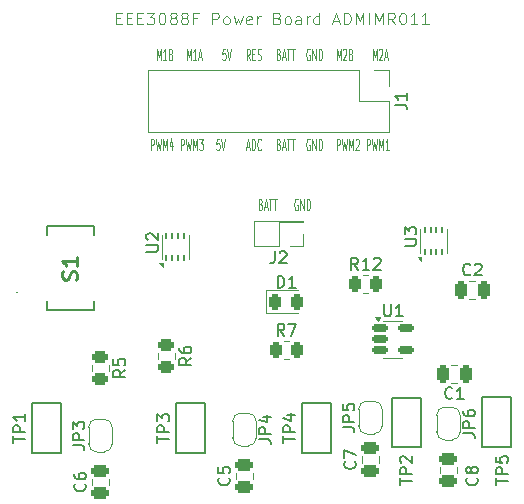
<source format=gbr>
%TF.GenerationSoftware,KiCad,Pcbnew,8.0.1*%
%TF.CreationDate,2024-03-24T23:27:44+02:00*%
%TF.ProjectId,Power Project PCB  v0,506f7765-7220-4507-926f-6a6563742050,rev?*%
%TF.SameCoordinates,Original*%
%TF.FileFunction,Legend,Top*%
%TF.FilePolarity,Positive*%
%FSLAX46Y46*%
G04 Gerber Fmt 4.6, Leading zero omitted, Abs format (unit mm)*
G04 Created by KiCad (PCBNEW 8.0.1) date 2024-03-24 23:27:44*
%MOMM*%
%LPD*%
G01*
G04 APERTURE LIST*
G04 Aperture macros list*
%AMRoundRect*
0 Rectangle with rounded corners*
0 $1 Rounding radius*
0 $2 $3 $4 $5 $6 $7 $8 $9 X,Y pos of 4 corners*
0 Add a 4 corners polygon primitive as box body*
4,1,4,$2,$3,$4,$5,$6,$7,$8,$9,$2,$3,0*
0 Add four circle primitives for the rounded corners*
1,1,$1+$1,$2,$3*
1,1,$1+$1,$4,$5*
1,1,$1+$1,$6,$7*
1,1,$1+$1,$8,$9*
0 Add four rect primitives between the rounded corners*
20,1,$1+$1,$2,$3,$4,$5,0*
20,1,$1+$1,$4,$5,$6,$7,0*
20,1,$1+$1,$6,$7,$8,$9,0*
20,1,$1+$1,$8,$9,$2,$3,0*%
%AMFreePoly0*
4,1,19,0.500000,-0.750000,0.000000,-0.750000,0.000000,-0.744911,-0.071157,-0.744911,-0.207708,-0.704816,-0.327430,-0.627875,-0.420627,-0.520320,-0.479746,-0.390866,-0.500000,-0.250000,-0.500000,0.250000,-0.479746,0.390866,-0.420627,0.520320,-0.327430,0.627875,-0.207708,0.704816,-0.071157,0.744911,0.000000,0.744911,0.000000,0.750000,0.500000,0.750000,0.500000,-0.750000,0.500000,-0.750000,
$1*%
%AMFreePoly1*
4,1,19,0.000000,0.744911,0.071157,0.744911,0.207708,0.704816,0.327430,0.627875,0.420627,0.520320,0.479746,0.390866,0.500000,0.250000,0.500000,-0.250000,0.479746,-0.390866,0.420627,-0.520320,0.327430,-0.627875,0.207708,-0.704816,0.071157,-0.744911,0.000000,-0.744911,0.000000,-0.750000,-0.500000,-0.750000,-0.500000,0.750000,0.000000,0.750000,0.000000,0.744911,0.000000,0.744911,
$1*%
G04 Aperture macros list end*
%ADD10C,0.100000*%
%ADD11C,0.150000*%
%ADD12C,0.254000*%
%ADD13C,0.120000*%
%ADD14C,0.200000*%
%ADD15RoundRect,0.250000X-0.250000X-0.475000X0.250000X-0.475000X0.250000X0.475000X-0.250000X0.475000X0*%
%ADD16RoundRect,0.250000X0.250000X0.475000X-0.250000X0.475000X-0.250000X-0.475000X0.250000X-0.475000X0*%
%ADD17FreePoly0,270.000000*%
%ADD18FreePoly1,270.000000*%
%ADD19FreePoly0,90.000000*%
%ADD20FreePoly1,90.000000*%
%ADD21RoundRect,0.250000X0.475000X-0.250000X0.475000X0.250000X-0.475000X0.250000X-0.475000X-0.250000X0*%
%ADD22O,1.350000X1.350000*%
%ADD23R,1.350000X1.350000*%
%ADD24RoundRect,0.150000X-0.512500X-0.150000X0.512500X-0.150000X0.512500X0.150000X-0.512500X0.150000X0*%
%ADD25R,2.000000X0.900000*%
%ADD26C,0.900000*%
%ADD27R,1.700000X1.700000*%
%ADD28O,1.700000X1.700000*%
%ADD29R,2.000000X3.800000*%
%ADD30RoundRect,0.243750X-0.243750X-0.456250X0.243750X-0.456250X0.243750X0.456250X-0.243750X0.456250X0*%
%ADD31RoundRect,0.250000X-0.262500X-0.450000X0.262500X-0.450000X0.262500X0.450000X-0.262500X0.450000X0*%
%ADD32RoundRect,0.250000X-0.450000X0.262500X-0.450000X-0.262500X0.450000X-0.262500X0.450000X0.262500X0*%
%ADD33RoundRect,0.062500X0.062500X-0.187500X0.062500X0.187500X-0.062500X0.187500X-0.062500X-0.187500X0*%
%ADD34R,1.600000X0.900000*%
G04 APERTURE END LIST*
D10*
X122223884Y-25764609D02*
X122557217Y-25764609D01*
X122700074Y-26288419D02*
X122223884Y-26288419D01*
X122223884Y-26288419D02*
X122223884Y-25288419D01*
X122223884Y-25288419D02*
X122700074Y-25288419D01*
X123128646Y-25764609D02*
X123461979Y-25764609D01*
X123604836Y-26288419D02*
X123128646Y-26288419D01*
X123128646Y-26288419D02*
X123128646Y-25288419D01*
X123128646Y-25288419D02*
X123604836Y-25288419D01*
X124033408Y-25764609D02*
X124366741Y-25764609D01*
X124509598Y-26288419D02*
X124033408Y-26288419D01*
X124033408Y-26288419D02*
X124033408Y-25288419D01*
X124033408Y-25288419D02*
X124509598Y-25288419D01*
X124842932Y-25288419D02*
X125461979Y-25288419D01*
X125461979Y-25288419D02*
X125128646Y-25669371D01*
X125128646Y-25669371D02*
X125271503Y-25669371D01*
X125271503Y-25669371D02*
X125366741Y-25716990D01*
X125366741Y-25716990D02*
X125414360Y-25764609D01*
X125414360Y-25764609D02*
X125461979Y-25859847D01*
X125461979Y-25859847D02*
X125461979Y-26097942D01*
X125461979Y-26097942D02*
X125414360Y-26193180D01*
X125414360Y-26193180D02*
X125366741Y-26240800D01*
X125366741Y-26240800D02*
X125271503Y-26288419D01*
X125271503Y-26288419D02*
X124985789Y-26288419D01*
X124985789Y-26288419D02*
X124890551Y-26240800D01*
X124890551Y-26240800D02*
X124842932Y-26193180D01*
X126081027Y-25288419D02*
X126176265Y-25288419D01*
X126176265Y-25288419D02*
X126271503Y-25336038D01*
X126271503Y-25336038D02*
X126319122Y-25383657D01*
X126319122Y-25383657D02*
X126366741Y-25478895D01*
X126366741Y-25478895D02*
X126414360Y-25669371D01*
X126414360Y-25669371D02*
X126414360Y-25907466D01*
X126414360Y-25907466D02*
X126366741Y-26097942D01*
X126366741Y-26097942D02*
X126319122Y-26193180D01*
X126319122Y-26193180D02*
X126271503Y-26240800D01*
X126271503Y-26240800D02*
X126176265Y-26288419D01*
X126176265Y-26288419D02*
X126081027Y-26288419D01*
X126081027Y-26288419D02*
X125985789Y-26240800D01*
X125985789Y-26240800D02*
X125938170Y-26193180D01*
X125938170Y-26193180D02*
X125890551Y-26097942D01*
X125890551Y-26097942D02*
X125842932Y-25907466D01*
X125842932Y-25907466D02*
X125842932Y-25669371D01*
X125842932Y-25669371D02*
X125890551Y-25478895D01*
X125890551Y-25478895D02*
X125938170Y-25383657D01*
X125938170Y-25383657D02*
X125985789Y-25336038D01*
X125985789Y-25336038D02*
X126081027Y-25288419D01*
X126985789Y-25716990D02*
X126890551Y-25669371D01*
X126890551Y-25669371D02*
X126842932Y-25621752D01*
X126842932Y-25621752D02*
X126795313Y-25526514D01*
X126795313Y-25526514D02*
X126795313Y-25478895D01*
X126795313Y-25478895D02*
X126842932Y-25383657D01*
X126842932Y-25383657D02*
X126890551Y-25336038D01*
X126890551Y-25336038D02*
X126985789Y-25288419D01*
X126985789Y-25288419D02*
X127176265Y-25288419D01*
X127176265Y-25288419D02*
X127271503Y-25336038D01*
X127271503Y-25336038D02*
X127319122Y-25383657D01*
X127319122Y-25383657D02*
X127366741Y-25478895D01*
X127366741Y-25478895D02*
X127366741Y-25526514D01*
X127366741Y-25526514D02*
X127319122Y-25621752D01*
X127319122Y-25621752D02*
X127271503Y-25669371D01*
X127271503Y-25669371D02*
X127176265Y-25716990D01*
X127176265Y-25716990D02*
X126985789Y-25716990D01*
X126985789Y-25716990D02*
X126890551Y-25764609D01*
X126890551Y-25764609D02*
X126842932Y-25812228D01*
X126842932Y-25812228D02*
X126795313Y-25907466D01*
X126795313Y-25907466D02*
X126795313Y-26097942D01*
X126795313Y-26097942D02*
X126842932Y-26193180D01*
X126842932Y-26193180D02*
X126890551Y-26240800D01*
X126890551Y-26240800D02*
X126985789Y-26288419D01*
X126985789Y-26288419D02*
X127176265Y-26288419D01*
X127176265Y-26288419D02*
X127271503Y-26240800D01*
X127271503Y-26240800D02*
X127319122Y-26193180D01*
X127319122Y-26193180D02*
X127366741Y-26097942D01*
X127366741Y-26097942D02*
X127366741Y-25907466D01*
X127366741Y-25907466D02*
X127319122Y-25812228D01*
X127319122Y-25812228D02*
X127271503Y-25764609D01*
X127271503Y-25764609D02*
X127176265Y-25716990D01*
X127938170Y-25716990D02*
X127842932Y-25669371D01*
X127842932Y-25669371D02*
X127795313Y-25621752D01*
X127795313Y-25621752D02*
X127747694Y-25526514D01*
X127747694Y-25526514D02*
X127747694Y-25478895D01*
X127747694Y-25478895D02*
X127795313Y-25383657D01*
X127795313Y-25383657D02*
X127842932Y-25336038D01*
X127842932Y-25336038D02*
X127938170Y-25288419D01*
X127938170Y-25288419D02*
X128128646Y-25288419D01*
X128128646Y-25288419D02*
X128223884Y-25336038D01*
X128223884Y-25336038D02*
X128271503Y-25383657D01*
X128271503Y-25383657D02*
X128319122Y-25478895D01*
X128319122Y-25478895D02*
X128319122Y-25526514D01*
X128319122Y-25526514D02*
X128271503Y-25621752D01*
X128271503Y-25621752D02*
X128223884Y-25669371D01*
X128223884Y-25669371D02*
X128128646Y-25716990D01*
X128128646Y-25716990D02*
X127938170Y-25716990D01*
X127938170Y-25716990D02*
X127842932Y-25764609D01*
X127842932Y-25764609D02*
X127795313Y-25812228D01*
X127795313Y-25812228D02*
X127747694Y-25907466D01*
X127747694Y-25907466D02*
X127747694Y-26097942D01*
X127747694Y-26097942D02*
X127795313Y-26193180D01*
X127795313Y-26193180D02*
X127842932Y-26240800D01*
X127842932Y-26240800D02*
X127938170Y-26288419D01*
X127938170Y-26288419D02*
X128128646Y-26288419D01*
X128128646Y-26288419D02*
X128223884Y-26240800D01*
X128223884Y-26240800D02*
X128271503Y-26193180D01*
X128271503Y-26193180D02*
X128319122Y-26097942D01*
X128319122Y-26097942D02*
X128319122Y-25907466D01*
X128319122Y-25907466D02*
X128271503Y-25812228D01*
X128271503Y-25812228D02*
X128223884Y-25764609D01*
X128223884Y-25764609D02*
X128128646Y-25716990D01*
X129081027Y-25764609D02*
X128747694Y-25764609D01*
X128747694Y-26288419D02*
X128747694Y-25288419D01*
X128747694Y-25288419D02*
X129223884Y-25288419D01*
X130366742Y-26288419D02*
X130366742Y-25288419D01*
X130366742Y-25288419D02*
X130747694Y-25288419D01*
X130747694Y-25288419D02*
X130842932Y-25336038D01*
X130842932Y-25336038D02*
X130890551Y-25383657D01*
X130890551Y-25383657D02*
X130938170Y-25478895D01*
X130938170Y-25478895D02*
X130938170Y-25621752D01*
X130938170Y-25621752D02*
X130890551Y-25716990D01*
X130890551Y-25716990D02*
X130842932Y-25764609D01*
X130842932Y-25764609D02*
X130747694Y-25812228D01*
X130747694Y-25812228D02*
X130366742Y-25812228D01*
X131509599Y-26288419D02*
X131414361Y-26240800D01*
X131414361Y-26240800D02*
X131366742Y-26193180D01*
X131366742Y-26193180D02*
X131319123Y-26097942D01*
X131319123Y-26097942D02*
X131319123Y-25812228D01*
X131319123Y-25812228D02*
X131366742Y-25716990D01*
X131366742Y-25716990D02*
X131414361Y-25669371D01*
X131414361Y-25669371D02*
X131509599Y-25621752D01*
X131509599Y-25621752D02*
X131652456Y-25621752D01*
X131652456Y-25621752D02*
X131747694Y-25669371D01*
X131747694Y-25669371D02*
X131795313Y-25716990D01*
X131795313Y-25716990D02*
X131842932Y-25812228D01*
X131842932Y-25812228D02*
X131842932Y-26097942D01*
X131842932Y-26097942D02*
X131795313Y-26193180D01*
X131795313Y-26193180D02*
X131747694Y-26240800D01*
X131747694Y-26240800D02*
X131652456Y-26288419D01*
X131652456Y-26288419D02*
X131509599Y-26288419D01*
X132176266Y-25621752D02*
X132366742Y-26288419D01*
X132366742Y-26288419D02*
X132557218Y-25812228D01*
X132557218Y-25812228D02*
X132747694Y-26288419D01*
X132747694Y-26288419D02*
X132938170Y-25621752D01*
X133700075Y-26240800D02*
X133604837Y-26288419D01*
X133604837Y-26288419D02*
X133414361Y-26288419D01*
X133414361Y-26288419D02*
X133319123Y-26240800D01*
X133319123Y-26240800D02*
X133271504Y-26145561D01*
X133271504Y-26145561D02*
X133271504Y-25764609D01*
X133271504Y-25764609D02*
X133319123Y-25669371D01*
X133319123Y-25669371D02*
X133414361Y-25621752D01*
X133414361Y-25621752D02*
X133604837Y-25621752D01*
X133604837Y-25621752D02*
X133700075Y-25669371D01*
X133700075Y-25669371D02*
X133747694Y-25764609D01*
X133747694Y-25764609D02*
X133747694Y-25859847D01*
X133747694Y-25859847D02*
X133271504Y-25955085D01*
X134176266Y-26288419D02*
X134176266Y-25621752D01*
X134176266Y-25812228D02*
X134223885Y-25716990D01*
X134223885Y-25716990D02*
X134271504Y-25669371D01*
X134271504Y-25669371D02*
X134366742Y-25621752D01*
X134366742Y-25621752D02*
X134461980Y-25621752D01*
X135890552Y-25764609D02*
X136033409Y-25812228D01*
X136033409Y-25812228D02*
X136081028Y-25859847D01*
X136081028Y-25859847D02*
X136128647Y-25955085D01*
X136128647Y-25955085D02*
X136128647Y-26097942D01*
X136128647Y-26097942D02*
X136081028Y-26193180D01*
X136081028Y-26193180D02*
X136033409Y-26240800D01*
X136033409Y-26240800D02*
X135938171Y-26288419D01*
X135938171Y-26288419D02*
X135557219Y-26288419D01*
X135557219Y-26288419D02*
X135557219Y-25288419D01*
X135557219Y-25288419D02*
X135890552Y-25288419D01*
X135890552Y-25288419D02*
X135985790Y-25336038D01*
X135985790Y-25336038D02*
X136033409Y-25383657D01*
X136033409Y-25383657D02*
X136081028Y-25478895D01*
X136081028Y-25478895D02*
X136081028Y-25574133D01*
X136081028Y-25574133D02*
X136033409Y-25669371D01*
X136033409Y-25669371D02*
X135985790Y-25716990D01*
X135985790Y-25716990D02*
X135890552Y-25764609D01*
X135890552Y-25764609D02*
X135557219Y-25764609D01*
X136700076Y-26288419D02*
X136604838Y-26240800D01*
X136604838Y-26240800D02*
X136557219Y-26193180D01*
X136557219Y-26193180D02*
X136509600Y-26097942D01*
X136509600Y-26097942D02*
X136509600Y-25812228D01*
X136509600Y-25812228D02*
X136557219Y-25716990D01*
X136557219Y-25716990D02*
X136604838Y-25669371D01*
X136604838Y-25669371D02*
X136700076Y-25621752D01*
X136700076Y-25621752D02*
X136842933Y-25621752D01*
X136842933Y-25621752D02*
X136938171Y-25669371D01*
X136938171Y-25669371D02*
X136985790Y-25716990D01*
X136985790Y-25716990D02*
X137033409Y-25812228D01*
X137033409Y-25812228D02*
X137033409Y-26097942D01*
X137033409Y-26097942D02*
X136985790Y-26193180D01*
X136985790Y-26193180D02*
X136938171Y-26240800D01*
X136938171Y-26240800D02*
X136842933Y-26288419D01*
X136842933Y-26288419D02*
X136700076Y-26288419D01*
X137890552Y-26288419D02*
X137890552Y-25764609D01*
X137890552Y-25764609D02*
X137842933Y-25669371D01*
X137842933Y-25669371D02*
X137747695Y-25621752D01*
X137747695Y-25621752D02*
X137557219Y-25621752D01*
X137557219Y-25621752D02*
X137461981Y-25669371D01*
X137890552Y-26240800D02*
X137795314Y-26288419D01*
X137795314Y-26288419D02*
X137557219Y-26288419D01*
X137557219Y-26288419D02*
X137461981Y-26240800D01*
X137461981Y-26240800D02*
X137414362Y-26145561D01*
X137414362Y-26145561D02*
X137414362Y-26050323D01*
X137414362Y-26050323D02*
X137461981Y-25955085D01*
X137461981Y-25955085D02*
X137557219Y-25907466D01*
X137557219Y-25907466D02*
X137795314Y-25907466D01*
X137795314Y-25907466D02*
X137890552Y-25859847D01*
X138366743Y-26288419D02*
X138366743Y-25621752D01*
X138366743Y-25812228D02*
X138414362Y-25716990D01*
X138414362Y-25716990D02*
X138461981Y-25669371D01*
X138461981Y-25669371D02*
X138557219Y-25621752D01*
X138557219Y-25621752D02*
X138652457Y-25621752D01*
X139414362Y-26288419D02*
X139414362Y-25288419D01*
X139414362Y-26240800D02*
X139319124Y-26288419D01*
X139319124Y-26288419D02*
X139128648Y-26288419D01*
X139128648Y-26288419D02*
X139033410Y-26240800D01*
X139033410Y-26240800D02*
X138985791Y-26193180D01*
X138985791Y-26193180D02*
X138938172Y-26097942D01*
X138938172Y-26097942D02*
X138938172Y-25812228D01*
X138938172Y-25812228D02*
X138985791Y-25716990D01*
X138985791Y-25716990D02*
X139033410Y-25669371D01*
X139033410Y-25669371D02*
X139128648Y-25621752D01*
X139128648Y-25621752D02*
X139319124Y-25621752D01*
X139319124Y-25621752D02*
X139414362Y-25669371D01*
X140604839Y-26002704D02*
X141081029Y-26002704D01*
X140509601Y-26288419D02*
X140842934Y-25288419D01*
X140842934Y-25288419D02*
X141176267Y-26288419D01*
X141509601Y-26288419D02*
X141509601Y-25288419D01*
X141509601Y-25288419D02*
X141747696Y-25288419D01*
X141747696Y-25288419D02*
X141890553Y-25336038D01*
X141890553Y-25336038D02*
X141985791Y-25431276D01*
X141985791Y-25431276D02*
X142033410Y-25526514D01*
X142033410Y-25526514D02*
X142081029Y-25716990D01*
X142081029Y-25716990D02*
X142081029Y-25859847D01*
X142081029Y-25859847D02*
X142033410Y-26050323D01*
X142033410Y-26050323D02*
X141985791Y-26145561D01*
X141985791Y-26145561D02*
X141890553Y-26240800D01*
X141890553Y-26240800D02*
X141747696Y-26288419D01*
X141747696Y-26288419D02*
X141509601Y-26288419D01*
X142509601Y-26288419D02*
X142509601Y-25288419D01*
X142509601Y-25288419D02*
X142842934Y-26002704D01*
X142842934Y-26002704D02*
X143176267Y-25288419D01*
X143176267Y-25288419D02*
X143176267Y-26288419D01*
X143652458Y-26288419D02*
X143652458Y-25288419D01*
X144128648Y-26288419D02*
X144128648Y-25288419D01*
X144128648Y-25288419D02*
X144461981Y-26002704D01*
X144461981Y-26002704D02*
X144795314Y-25288419D01*
X144795314Y-25288419D02*
X144795314Y-26288419D01*
X145842933Y-26288419D02*
X145509600Y-25812228D01*
X145271505Y-26288419D02*
X145271505Y-25288419D01*
X145271505Y-25288419D02*
X145652457Y-25288419D01*
X145652457Y-25288419D02*
X145747695Y-25336038D01*
X145747695Y-25336038D02*
X145795314Y-25383657D01*
X145795314Y-25383657D02*
X145842933Y-25478895D01*
X145842933Y-25478895D02*
X145842933Y-25621752D01*
X145842933Y-25621752D02*
X145795314Y-25716990D01*
X145795314Y-25716990D02*
X145747695Y-25764609D01*
X145747695Y-25764609D02*
X145652457Y-25812228D01*
X145652457Y-25812228D02*
X145271505Y-25812228D01*
X146461981Y-25288419D02*
X146557219Y-25288419D01*
X146557219Y-25288419D02*
X146652457Y-25336038D01*
X146652457Y-25336038D02*
X146700076Y-25383657D01*
X146700076Y-25383657D02*
X146747695Y-25478895D01*
X146747695Y-25478895D02*
X146795314Y-25669371D01*
X146795314Y-25669371D02*
X146795314Y-25907466D01*
X146795314Y-25907466D02*
X146747695Y-26097942D01*
X146747695Y-26097942D02*
X146700076Y-26193180D01*
X146700076Y-26193180D02*
X146652457Y-26240800D01*
X146652457Y-26240800D02*
X146557219Y-26288419D01*
X146557219Y-26288419D02*
X146461981Y-26288419D01*
X146461981Y-26288419D02*
X146366743Y-26240800D01*
X146366743Y-26240800D02*
X146319124Y-26193180D01*
X146319124Y-26193180D02*
X146271505Y-26097942D01*
X146271505Y-26097942D02*
X146223886Y-25907466D01*
X146223886Y-25907466D02*
X146223886Y-25669371D01*
X146223886Y-25669371D02*
X146271505Y-25478895D01*
X146271505Y-25478895D02*
X146319124Y-25383657D01*
X146319124Y-25383657D02*
X146366743Y-25336038D01*
X146366743Y-25336038D02*
X146461981Y-25288419D01*
X147747695Y-26288419D02*
X147176267Y-26288419D01*
X147461981Y-26288419D02*
X147461981Y-25288419D01*
X147461981Y-25288419D02*
X147366743Y-25431276D01*
X147366743Y-25431276D02*
X147271505Y-25526514D01*
X147271505Y-25526514D02*
X147176267Y-25574133D01*
X148700076Y-26288419D02*
X148128648Y-26288419D01*
X148414362Y-26288419D02*
X148414362Y-25288419D01*
X148414362Y-25288419D02*
X148319124Y-25431276D01*
X148319124Y-25431276D02*
X148223886Y-25526514D01*
X148223886Y-25526514D02*
X148128648Y-25574133D01*
X134463503Y-41512609D02*
X134534931Y-41560228D01*
X134534931Y-41560228D02*
X134558741Y-41607847D01*
X134558741Y-41607847D02*
X134582550Y-41703085D01*
X134582550Y-41703085D02*
X134582550Y-41845942D01*
X134582550Y-41845942D02*
X134558741Y-41941180D01*
X134558741Y-41941180D02*
X134534931Y-41988800D01*
X134534931Y-41988800D02*
X134487312Y-42036419D01*
X134487312Y-42036419D02*
X134296836Y-42036419D01*
X134296836Y-42036419D02*
X134296836Y-41036419D01*
X134296836Y-41036419D02*
X134463503Y-41036419D01*
X134463503Y-41036419D02*
X134511122Y-41084038D01*
X134511122Y-41084038D02*
X134534931Y-41131657D01*
X134534931Y-41131657D02*
X134558741Y-41226895D01*
X134558741Y-41226895D02*
X134558741Y-41322133D01*
X134558741Y-41322133D02*
X134534931Y-41417371D01*
X134534931Y-41417371D02*
X134511122Y-41464990D01*
X134511122Y-41464990D02*
X134463503Y-41512609D01*
X134463503Y-41512609D02*
X134296836Y-41512609D01*
X134773027Y-41750704D02*
X135011122Y-41750704D01*
X134725408Y-42036419D02*
X134892074Y-41036419D01*
X134892074Y-41036419D02*
X135058741Y-42036419D01*
X135153979Y-41036419D02*
X135439693Y-41036419D01*
X135296836Y-42036419D02*
X135296836Y-41036419D01*
X135534931Y-41036419D02*
X135820645Y-41036419D01*
X135677788Y-42036419D02*
X135677788Y-41036419D01*
X137606741Y-41084038D02*
X137559122Y-41036419D01*
X137559122Y-41036419D02*
X137487693Y-41036419D01*
X137487693Y-41036419D02*
X137416265Y-41084038D01*
X137416265Y-41084038D02*
X137368646Y-41179276D01*
X137368646Y-41179276D02*
X137344836Y-41274514D01*
X137344836Y-41274514D02*
X137321027Y-41464990D01*
X137321027Y-41464990D02*
X137321027Y-41607847D01*
X137321027Y-41607847D02*
X137344836Y-41798323D01*
X137344836Y-41798323D02*
X137368646Y-41893561D01*
X137368646Y-41893561D02*
X137416265Y-41988800D01*
X137416265Y-41988800D02*
X137487693Y-42036419D01*
X137487693Y-42036419D02*
X137535312Y-42036419D01*
X137535312Y-42036419D02*
X137606741Y-41988800D01*
X137606741Y-41988800D02*
X137630550Y-41941180D01*
X137630550Y-41941180D02*
X137630550Y-41607847D01*
X137630550Y-41607847D02*
X137535312Y-41607847D01*
X137844836Y-42036419D02*
X137844836Y-41036419D01*
X137844836Y-41036419D02*
X138130550Y-42036419D01*
X138130550Y-42036419D02*
X138130550Y-41036419D01*
X138368646Y-42036419D02*
X138368646Y-41036419D01*
X138368646Y-41036419D02*
X138487694Y-41036419D01*
X138487694Y-41036419D02*
X138559122Y-41084038D01*
X138559122Y-41084038D02*
X138606741Y-41179276D01*
X138606741Y-41179276D02*
X138630551Y-41274514D01*
X138630551Y-41274514D02*
X138654360Y-41464990D01*
X138654360Y-41464990D02*
X138654360Y-41607847D01*
X138654360Y-41607847D02*
X138630551Y-41798323D01*
X138630551Y-41798323D02*
X138606741Y-41893561D01*
X138606741Y-41893561D02*
X138559122Y-41988800D01*
X138559122Y-41988800D02*
X138487694Y-42036419D01*
X138487694Y-42036419D02*
X138368646Y-42036419D01*
X138622741Y-36004038D02*
X138575122Y-35956419D01*
X138575122Y-35956419D02*
X138503693Y-35956419D01*
X138503693Y-35956419D02*
X138432265Y-36004038D01*
X138432265Y-36004038D02*
X138384646Y-36099276D01*
X138384646Y-36099276D02*
X138360836Y-36194514D01*
X138360836Y-36194514D02*
X138337027Y-36384990D01*
X138337027Y-36384990D02*
X138337027Y-36527847D01*
X138337027Y-36527847D02*
X138360836Y-36718323D01*
X138360836Y-36718323D02*
X138384646Y-36813561D01*
X138384646Y-36813561D02*
X138432265Y-36908800D01*
X138432265Y-36908800D02*
X138503693Y-36956419D01*
X138503693Y-36956419D02*
X138551312Y-36956419D01*
X138551312Y-36956419D02*
X138622741Y-36908800D01*
X138622741Y-36908800D02*
X138646550Y-36861180D01*
X138646550Y-36861180D02*
X138646550Y-36527847D01*
X138646550Y-36527847D02*
X138551312Y-36527847D01*
X138860836Y-36956419D02*
X138860836Y-35956419D01*
X138860836Y-35956419D02*
X139146550Y-36956419D01*
X139146550Y-36956419D02*
X139146550Y-35956419D01*
X139384646Y-36956419D02*
X139384646Y-35956419D01*
X139384646Y-35956419D02*
X139503694Y-35956419D01*
X139503694Y-35956419D02*
X139575122Y-36004038D01*
X139575122Y-36004038D02*
X139622741Y-36099276D01*
X139622741Y-36099276D02*
X139646551Y-36194514D01*
X139646551Y-36194514D02*
X139670360Y-36384990D01*
X139670360Y-36384990D02*
X139670360Y-36527847D01*
X139670360Y-36527847D02*
X139646551Y-36718323D01*
X139646551Y-36718323D02*
X139622741Y-36813561D01*
X139622741Y-36813561D02*
X139575122Y-36908800D01*
X139575122Y-36908800D02*
X139503694Y-36956419D01*
X139503694Y-36956419D02*
X139384646Y-36956419D01*
X135987503Y-36432609D02*
X136058931Y-36480228D01*
X136058931Y-36480228D02*
X136082741Y-36527847D01*
X136082741Y-36527847D02*
X136106550Y-36623085D01*
X136106550Y-36623085D02*
X136106550Y-36765942D01*
X136106550Y-36765942D02*
X136082741Y-36861180D01*
X136082741Y-36861180D02*
X136058931Y-36908800D01*
X136058931Y-36908800D02*
X136011312Y-36956419D01*
X136011312Y-36956419D02*
X135820836Y-36956419D01*
X135820836Y-36956419D02*
X135820836Y-35956419D01*
X135820836Y-35956419D02*
X135987503Y-35956419D01*
X135987503Y-35956419D02*
X136035122Y-36004038D01*
X136035122Y-36004038D02*
X136058931Y-36051657D01*
X136058931Y-36051657D02*
X136082741Y-36146895D01*
X136082741Y-36146895D02*
X136082741Y-36242133D01*
X136082741Y-36242133D02*
X136058931Y-36337371D01*
X136058931Y-36337371D02*
X136035122Y-36384990D01*
X136035122Y-36384990D02*
X135987503Y-36432609D01*
X135987503Y-36432609D02*
X135820836Y-36432609D01*
X136297027Y-36670704D02*
X136535122Y-36670704D01*
X136249408Y-36956419D02*
X136416074Y-35956419D01*
X136416074Y-35956419D02*
X136582741Y-36956419D01*
X136677979Y-35956419D02*
X136963693Y-35956419D01*
X136820836Y-36956419D02*
X136820836Y-35956419D01*
X137058931Y-35956419D02*
X137344645Y-35956419D01*
X137201788Y-36956419D02*
X137201788Y-35956419D01*
X143440836Y-36956419D02*
X143440836Y-35956419D01*
X143440836Y-35956419D02*
X143631312Y-35956419D01*
X143631312Y-35956419D02*
X143678931Y-36004038D01*
X143678931Y-36004038D02*
X143702741Y-36051657D01*
X143702741Y-36051657D02*
X143726550Y-36146895D01*
X143726550Y-36146895D02*
X143726550Y-36289752D01*
X143726550Y-36289752D02*
X143702741Y-36384990D01*
X143702741Y-36384990D02*
X143678931Y-36432609D01*
X143678931Y-36432609D02*
X143631312Y-36480228D01*
X143631312Y-36480228D02*
X143440836Y-36480228D01*
X143893217Y-35956419D02*
X144012265Y-36956419D01*
X144012265Y-36956419D02*
X144107503Y-36242133D01*
X144107503Y-36242133D02*
X144202741Y-36956419D01*
X144202741Y-36956419D02*
X144321789Y-35956419D01*
X144512265Y-36956419D02*
X144512265Y-35956419D01*
X144512265Y-35956419D02*
X144678932Y-36670704D01*
X144678932Y-36670704D02*
X144845598Y-35956419D01*
X144845598Y-35956419D02*
X144845598Y-36956419D01*
X145345599Y-36956419D02*
X145059885Y-36956419D01*
X145202742Y-36956419D02*
X145202742Y-35956419D01*
X145202742Y-35956419D02*
X145155123Y-36099276D01*
X145155123Y-36099276D02*
X145107504Y-36194514D01*
X145107504Y-36194514D02*
X145059885Y-36242133D01*
X140900836Y-36956419D02*
X140900836Y-35956419D01*
X140900836Y-35956419D02*
X141091312Y-35956419D01*
X141091312Y-35956419D02*
X141138931Y-36004038D01*
X141138931Y-36004038D02*
X141162741Y-36051657D01*
X141162741Y-36051657D02*
X141186550Y-36146895D01*
X141186550Y-36146895D02*
X141186550Y-36289752D01*
X141186550Y-36289752D02*
X141162741Y-36384990D01*
X141162741Y-36384990D02*
X141138931Y-36432609D01*
X141138931Y-36432609D02*
X141091312Y-36480228D01*
X141091312Y-36480228D02*
X140900836Y-36480228D01*
X141353217Y-35956419D02*
X141472265Y-36956419D01*
X141472265Y-36956419D02*
X141567503Y-36242133D01*
X141567503Y-36242133D02*
X141662741Y-36956419D01*
X141662741Y-36956419D02*
X141781789Y-35956419D01*
X141972265Y-36956419D02*
X141972265Y-35956419D01*
X141972265Y-35956419D02*
X142138932Y-36670704D01*
X142138932Y-36670704D02*
X142305598Y-35956419D01*
X142305598Y-35956419D02*
X142305598Y-36956419D01*
X142519885Y-36051657D02*
X142543694Y-36004038D01*
X142543694Y-36004038D02*
X142591313Y-35956419D01*
X142591313Y-35956419D02*
X142710361Y-35956419D01*
X142710361Y-35956419D02*
X142757980Y-36004038D01*
X142757980Y-36004038D02*
X142781789Y-36051657D01*
X142781789Y-36051657D02*
X142805599Y-36146895D01*
X142805599Y-36146895D02*
X142805599Y-36242133D01*
X142805599Y-36242133D02*
X142781789Y-36384990D01*
X142781789Y-36384990D02*
X142496075Y-36956419D01*
X142496075Y-36956419D02*
X142805599Y-36956419D01*
X133257027Y-36670704D02*
X133495122Y-36670704D01*
X133209408Y-36956419D02*
X133376074Y-35956419D01*
X133376074Y-35956419D02*
X133542741Y-36956419D01*
X133709407Y-36956419D02*
X133709407Y-35956419D01*
X133709407Y-35956419D02*
X133828455Y-35956419D01*
X133828455Y-35956419D02*
X133899883Y-36004038D01*
X133899883Y-36004038D02*
X133947502Y-36099276D01*
X133947502Y-36099276D02*
X133971312Y-36194514D01*
X133971312Y-36194514D02*
X133995121Y-36384990D01*
X133995121Y-36384990D02*
X133995121Y-36527847D01*
X133995121Y-36527847D02*
X133971312Y-36718323D01*
X133971312Y-36718323D02*
X133947502Y-36813561D01*
X133947502Y-36813561D02*
X133899883Y-36908800D01*
X133899883Y-36908800D02*
X133828455Y-36956419D01*
X133828455Y-36956419D02*
X133709407Y-36956419D01*
X134495121Y-36861180D02*
X134471312Y-36908800D01*
X134471312Y-36908800D02*
X134399883Y-36956419D01*
X134399883Y-36956419D02*
X134352264Y-36956419D01*
X134352264Y-36956419D02*
X134280836Y-36908800D01*
X134280836Y-36908800D02*
X134233217Y-36813561D01*
X134233217Y-36813561D02*
X134209407Y-36718323D01*
X134209407Y-36718323D02*
X134185598Y-36527847D01*
X134185598Y-36527847D02*
X134185598Y-36384990D01*
X134185598Y-36384990D02*
X134209407Y-36194514D01*
X134209407Y-36194514D02*
X134233217Y-36099276D01*
X134233217Y-36099276D02*
X134280836Y-36004038D01*
X134280836Y-36004038D02*
X134352264Y-35956419D01*
X134352264Y-35956419D02*
X134399883Y-35956419D01*
X134399883Y-35956419D02*
X134471312Y-36004038D01*
X134471312Y-36004038D02*
X134495121Y-36051657D01*
X130978931Y-35956419D02*
X130740836Y-35956419D01*
X130740836Y-35956419D02*
X130717027Y-36432609D01*
X130717027Y-36432609D02*
X130740836Y-36384990D01*
X130740836Y-36384990D02*
X130788455Y-36337371D01*
X130788455Y-36337371D02*
X130907503Y-36337371D01*
X130907503Y-36337371D02*
X130955122Y-36384990D01*
X130955122Y-36384990D02*
X130978931Y-36432609D01*
X130978931Y-36432609D02*
X131002741Y-36527847D01*
X131002741Y-36527847D02*
X131002741Y-36765942D01*
X131002741Y-36765942D02*
X130978931Y-36861180D01*
X130978931Y-36861180D02*
X130955122Y-36908800D01*
X130955122Y-36908800D02*
X130907503Y-36956419D01*
X130907503Y-36956419D02*
X130788455Y-36956419D01*
X130788455Y-36956419D02*
X130740836Y-36908800D01*
X130740836Y-36908800D02*
X130717027Y-36861180D01*
X131145598Y-35956419D02*
X131312264Y-36956419D01*
X131312264Y-36956419D02*
X131478931Y-35956419D01*
X127692836Y-36956419D02*
X127692836Y-35956419D01*
X127692836Y-35956419D02*
X127883312Y-35956419D01*
X127883312Y-35956419D02*
X127930931Y-36004038D01*
X127930931Y-36004038D02*
X127954741Y-36051657D01*
X127954741Y-36051657D02*
X127978550Y-36146895D01*
X127978550Y-36146895D02*
X127978550Y-36289752D01*
X127978550Y-36289752D02*
X127954741Y-36384990D01*
X127954741Y-36384990D02*
X127930931Y-36432609D01*
X127930931Y-36432609D02*
X127883312Y-36480228D01*
X127883312Y-36480228D02*
X127692836Y-36480228D01*
X128145217Y-35956419D02*
X128264265Y-36956419D01*
X128264265Y-36956419D02*
X128359503Y-36242133D01*
X128359503Y-36242133D02*
X128454741Y-36956419D01*
X128454741Y-36956419D02*
X128573789Y-35956419D01*
X128764265Y-36956419D02*
X128764265Y-35956419D01*
X128764265Y-35956419D02*
X128930932Y-36670704D01*
X128930932Y-36670704D02*
X129097598Y-35956419D01*
X129097598Y-35956419D02*
X129097598Y-36956419D01*
X129288075Y-35956419D02*
X129597599Y-35956419D01*
X129597599Y-35956419D02*
X129430932Y-36337371D01*
X129430932Y-36337371D02*
X129502361Y-36337371D01*
X129502361Y-36337371D02*
X129549980Y-36384990D01*
X129549980Y-36384990D02*
X129573789Y-36432609D01*
X129573789Y-36432609D02*
X129597599Y-36527847D01*
X129597599Y-36527847D02*
X129597599Y-36765942D01*
X129597599Y-36765942D02*
X129573789Y-36861180D01*
X129573789Y-36861180D02*
X129549980Y-36908800D01*
X129549980Y-36908800D02*
X129502361Y-36956419D01*
X129502361Y-36956419D02*
X129359504Y-36956419D01*
X129359504Y-36956419D02*
X129311885Y-36908800D01*
X129311885Y-36908800D02*
X129288075Y-36861180D01*
X125152836Y-36956419D02*
X125152836Y-35956419D01*
X125152836Y-35956419D02*
X125343312Y-35956419D01*
X125343312Y-35956419D02*
X125390931Y-36004038D01*
X125390931Y-36004038D02*
X125414741Y-36051657D01*
X125414741Y-36051657D02*
X125438550Y-36146895D01*
X125438550Y-36146895D02*
X125438550Y-36289752D01*
X125438550Y-36289752D02*
X125414741Y-36384990D01*
X125414741Y-36384990D02*
X125390931Y-36432609D01*
X125390931Y-36432609D02*
X125343312Y-36480228D01*
X125343312Y-36480228D02*
X125152836Y-36480228D01*
X125605217Y-35956419D02*
X125724265Y-36956419D01*
X125724265Y-36956419D02*
X125819503Y-36242133D01*
X125819503Y-36242133D02*
X125914741Y-36956419D01*
X125914741Y-36956419D02*
X126033789Y-35956419D01*
X126224265Y-36956419D02*
X126224265Y-35956419D01*
X126224265Y-35956419D02*
X126390932Y-36670704D01*
X126390932Y-36670704D02*
X126557598Y-35956419D01*
X126557598Y-35956419D02*
X126557598Y-36956419D01*
X127009980Y-36289752D02*
X127009980Y-36956419D01*
X126890932Y-35908800D02*
X126771885Y-36623085D01*
X126771885Y-36623085D02*
X127081408Y-36623085D01*
X125660836Y-29336419D02*
X125660836Y-28336419D01*
X125660836Y-28336419D02*
X125827503Y-29050704D01*
X125827503Y-29050704D02*
X125994169Y-28336419D01*
X125994169Y-28336419D02*
X125994169Y-29336419D01*
X126494170Y-29336419D02*
X126208456Y-29336419D01*
X126351313Y-29336419D02*
X126351313Y-28336419D01*
X126351313Y-28336419D02*
X126303694Y-28479276D01*
X126303694Y-28479276D02*
X126256075Y-28574514D01*
X126256075Y-28574514D02*
X126208456Y-28622133D01*
X126875122Y-28812609D02*
X126946550Y-28860228D01*
X126946550Y-28860228D02*
X126970360Y-28907847D01*
X126970360Y-28907847D02*
X126994169Y-29003085D01*
X126994169Y-29003085D02*
X126994169Y-29145942D01*
X126994169Y-29145942D02*
X126970360Y-29241180D01*
X126970360Y-29241180D02*
X126946550Y-29288800D01*
X126946550Y-29288800D02*
X126898931Y-29336419D01*
X126898931Y-29336419D02*
X126708455Y-29336419D01*
X126708455Y-29336419D02*
X126708455Y-28336419D01*
X126708455Y-28336419D02*
X126875122Y-28336419D01*
X126875122Y-28336419D02*
X126922741Y-28384038D01*
X126922741Y-28384038D02*
X126946550Y-28431657D01*
X126946550Y-28431657D02*
X126970360Y-28526895D01*
X126970360Y-28526895D02*
X126970360Y-28622133D01*
X126970360Y-28622133D02*
X126946550Y-28717371D01*
X126946550Y-28717371D02*
X126922741Y-28764990D01*
X126922741Y-28764990D02*
X126875122Y-28812609D01*
X126875122Y-28812609D02*
X126708455Y-28812609D01*
X128200836Y-29336419D02*
X128200836Y-28336419D01*
X128200836Y-28336419D02*
X128367503Y-29050704D01*
X128367503Y-29050704D02*
X128534169Y-28336419D01*
X128534169Y-28336419D02*
X128534169Y-29336419D01*
X129034170Y-29336419D02*
X128748456Y-29336419D01*
X128891313Y-29336419D02*
X128891313Y-28336419D01*
X128891313Y-28336419D02*
X128843694Y-28479276D01*
X128843694Y-28479276D02*
X128796075Y-28574514D01*
X128796075Y-28574514D02*
X128748456Y-28622133D01*
X129224646Y-29050704D02*
X129462741Y-29050704D01*
X129177027Y-29336419D02*
X129343693Y-28336419D01*
X129343693Y-28336419D02*
X129510360Y-29336419D01*
X131486931Y-28336419D02*
X131248836Y-28336419D01*
X131248836Y-28336419D02*
X131225027Y-28812609D01*
X131225027Y-28812609D02*
X131248836Y-28764990D01*
X131248836Y-28764990D02*
X131296455Y-28717371D01*
X131296455Y-28717371D02*
X131415503Y-28717371D01*
X131415503Y-28717371D02*
X131463122Y-28764990D01*
X131463122Y-28764990D02*
X131486931Y-28812609D01*
X131486931Y-28812609D02*
X131510741Y-28907847D01*
X131510741Y-28907847D02*
X131510741Y-29145942D01*
X131510741Y-29145942D02*
X131486931Y-29241180D01*
X131486931Y-29241180D02*
X131463122Y-29288800D01*
X131463122Y-29288800D02*
X131415503Y-29336419D01*
X131415503Y-29336419D02*
X131296455Y-29336419D01*
X131296455Y-29336419D02*
X131248836Y-29288800D01*
X131248836Y-29288800D02*
X131225027Y-29241180D01*
X131653598Y-28336419D02*
X131820264Y-29336419D01*
X131820264Y-29336419D02*
X131986931Y-28336419D01*
X133566550Y-29336419D02*
X133399884Y-28860228D01*
X133280836Y-29336419D02*
X133280836Y-28336419D01*
X133280836Y-28336419D02*
X133471312Y-28336419D01*
X133471312Y-28336419D02*
X133518931Y-28384038D01*
X133518931Y-28384038D02*
X133542741Y-28431657D01*
X133542741Y-28431657D02*
X133566550Y-28526895D01*
X133566550Y-28526895D02*
X133566550Y-28669752D01*
X133566550Y-28669752D02*
X133542741Y-28764990D01*
X133542741Y-28764990D02*
X133518931Y-28812609D01*
X133518931Y-28812609D02*
X133471312Y-28860228D01*
X133471312Y-28860228D02*
X133280836Y-28860228D01*
X133780836Y-28812609D02*
X133947503Y-28812609D01*
X134018931Y-29336419D02*
X133780836Y-29336419D01*
X133780836Y-29336419D02*
X133780836Y-28336419D01*
X133780836Y-28336419D02*
X134018931Y-28336419D01*
X134209408Y-29288800D02*
X134280836Y-29336419D01*
X134280836Y-29336419D02*
X134399884Y-29336419D01*
X134399884Y-29336419D02*
X134447503Y-29288800D01*
X134447503Y-29288800D02*
X134471312Y-29241180D01*
X134471312Y-29241180D02*
X134495122Y-29145942D01*
X134495122Y-29145942D02*
X134495122Y-29050704D01*
X134495122Y-29050704D02*
X134471312Y-28955466D01*
X134471312Y-28955466D02*
X134447503Y-28907847D01*
X134447503Y-28907847D02*
X134399884Y-28860228D01*
X134399884Y-28860228D02*
X134304646Y-28812609D01*
X134304646Y-28812609D02*
X134257027Y-28764990D01*
X134257027Y-28764990D02*
X134233217Y-28717371D01*
X134233217Y-28717371D02*
X134209408Y-28622133D01*
X134209408Y-28622133D02*
X134209408Y-28526895D01*
X134209408Y-28526895D02*
X134233217Y-28431657D01*
X134233217Y-28431657D02*
X134257027Y-28384038D01*
X134257027Y-28384038D02*
X134304646Y-28336419D01*
X134304646Y-28336419D02*
X134423693Y-28336419D01*
X134423693Y-28336419D02*
X134495122Y-28384038D01*
X135987503Y-28812609D02*
X136058931Y-28860228D01*
X136058931Y-28860228D02*
X136082741Y-28907847D01*
X136082741Y-28907847D02*
X136106550Y-29003085D01*
X136106550Y-29003085D02*
X136106550Y-29145942D01*
X136106550Y-29145942D02*
X136082741Y-29241180D01*
X136082741Y-29241180D02*
X136058931Y-29288800D01*
X136058931Y-29288800D02*
X136011312Y-29336419D01*
X136011312Y-29336419D02*
X135820836Y-29336419D01*
X135820836Y-29336419D02*
X135820836Y-28336419D01*
X135820836Y-28336419D02*
X135987503Y-28336419D01*
X135987503Y-28336419D02*
X136035122Y-28384038D01*
X136035122Y-28384038D02*
X136058931Y-28431657D01*
X136058931Y-28431657D02*
X136082741Y-28526895D01*
X136082741Y-28526895D02*
X136082741Y-28622133D01*
X136082741Y-28622133D02*
X136058931Y-28717371D01*
X136058931Y-28717371D02*
X136035122Y-28764990D01*
X136035122Y-28764990D02*
X135987503Y-28812609D01*
X135987503Y-28812609D02*
X135820836Y-28812609D01*
X136297027Y-29050704D02*
X136535122Y-29050704D01*
X136249408Y-29336419D02*
X136416074Y-28336419D01*
X136416074Y-28336419D02*
X136582741Y-29336419D01*
X136677979Y-28336419D02*
X136963693Y-28336419D01*
X136820836Y-29336419D02*
X136820836Y-28336419D01*
X137058931Y-28336419D02*
X137344645Y-28336419D01*
X137201788Y-29336419D02*
X137201788Y-28336419D01*
X138622741Y-28384038D02*
X138575122Y-28336419D01*
X138575122Y-28336419D02*
X138503693Y-28336419D01*
X138503693Y-28336419D02*
X138432265Y-28384038D01*
X138432265Y-28384038D02*
X138384646Y-28479276D01*
X138384646Y-28479276D02*
X138360836Y-28574514D01*
X138360836Y-28574514D02*
X138337027Y-28764990D01*
X138337027Y-28764990D02*
X138337027Y-28907847D01*
X138337027Y-28907847D02*
X138360836Y-29098323D01*
X138360836Y-29098323D02*
X138384646Y-29193561D01*
X138384646Y-29193561D02*
X138432265Y-29288800D01*
X138432265Y-29288800D02*
X138503693Y-29336419D01*
X138503693Y-29336419D02*
X138551312Y-29336419D01*
X138551312Y-29336419D02*
X138622741Y-29288800D01*
X138622741Y-29288800D02*
X138646550Y-29241180D01*
X138646550Y-29241180D02*
X138646550Y-28907847D01*
X138646550Y-28907847D02*
X138551312Y-28907847D01*
X138860836Y-29336419D02*
X138860836Y-28336419D01*
X138860836Y-28336419D02*
X139146550Y-29336419D01*
X139146550Y-29336419D02*
X139146550Y-28336419D01*
X139384646Y-29336419D02*
X139384646Y-28336419D01*
X139384646Y-28336419D02*
X139503694Y-28336419D01*
X139503694Y-28336419D02*
X139575122Y-28384038D01*
X139575122Y-28384038D02*
X139622741Y-28479276D01*
X139622741Y-28479276D02*
X139646551Y-28574514D01*
X139646551Y-28574514D02*
X139670360Y-28764990D01*
X139670360Y-28764990D02*
X139670360Y-28907847D01*
X139670360Y-28907847D02*
X139646551Y-29098323D01*
X139646551Y-29098323D02*
X139622741Y-29193561D01*
X139622741Y-29193561D02*
X139575122Y-29288800D01*
X139575122Y-29288800D02*
X139503694Y-29336419D01*
X139503694Y-29336419D02*
X139384646Y-29336419D01*
X140900836Y-29336419D02*
X140900836Y-28336419D01*
X140900836Y-28336419D02*
X141067503Y-29050704D01*
X141067503Y-29050704D02*
X141234169Y-28336419D01*
X141234169Y-28336419D02*
X141234169Y-29336419D01*
X141448456Y-28431657D02*
X141472265Y-28384038D01*
X141472265Y-28384038D02*
X141519884Y-28336419D01*
X141519884Y-28336419D02*
X141638932Y-28336419D01*
X141638932Y-28336419D02*
X141686551Y-28384038D01*
X141686551Y-28384038D02*
X141710360Y-28431657D01*
X141710360Y-28431657D02*
X141734170Y-28526895D01*
X141734170Y-28526895D02*
X141734170Y-28622133D01*
X141734170Y-28622133D02*
X141710360Y-28764990D01*
X141710360Y-28764990D02*
X141424646Y-29336419D01*
X141424646Y-29336419D02*
X141734170Y-29336419D01*
X142115122Y-28812609D02*
X142186550Y-28860228D01*
X142186550Y-28860228D02*
X142210360Y-28907847D01*
X142210360Y-28907847D02*
X142234169Y-29003085D01*
X142234169Y-29003085D02*
X142234169Y-29145942D01*
X142234169Y-29145942D02*
X142210360Y-29241180D01*
X142210360Y-29241180D02*
X142186550Y-29288800D01*
X142186550Y-29288800D02*
X142138931Y-29336419D01*
X142138931Y-29336419D02*
X141948455Y-29336419D01*
X141948455Y-29336419D02*
X141948455Y-28336419D01*
X141948455Y-28336419D02*
X142115122Y-28336419D01*
X142115122Y-28336419D02*
X142162741Y-28384038D01*
X142162741Y-28384038D02*
X142186550Y-28431657D01*
X142186550Y-28431657D02*
X142210360Y-28526895D01*
X142210360Y-28526895D02*
X142210360Y-28622133D01*
X142210360Y-28622133D02*
X142186550Y-28717371D01*
X142186550Y-28717371D02*
X142162741Y-28764990D01*
X142162741Y-28764990D02*
X142115122Y-28812609D01*
X142115122Y-28812609D02*
X141948455Y-28812609D01*
X143948836Y-29336419D02*
X143948836Y-28336419D01*
X143948836Y-28336419D02*
X144115503Y-29050704D01*
X144115503Y-29050704D02*
X144282169Y-28336419D01*
X144282169Y-28336419D02*
X144282169Y-29336419D01*
X144496456Y-28431657D02*
X144520265Y-28384038D01*
X144520265Y-28384038D02*
X144567884Y-28336419D01*
X144567884Y-28336419D02*
X144686932Y-28336419D01*
X144686932Y-28336419D02*
X144734551Y-28384038D01*
X144734551Y-28384038D02*
X144758360Y-28431657D01*
X144758360Y-28431657D02*
X144782170Y-28526895D01*
X144782170Y-28526895D02*
X144782170Y-28622133D01*
X144782170Y-28622133D02*
X144758360Y-28764990D01*
X144758360Y-28764990D02*
X144472646Y-29336419D01*
X144472646Y-29336419D02*
X144782170Y-29336419D01*
X144972646Y-29050704D02*
X145210741Y-29050704D01*
X144925027Y-29336419D02*
X145091693Y-28336419D01*
X145091693Y-28336419D02*
X145258360Y-29336419D01*
D11*
X152233333Y-47447580D02*
X152185714Y-47495200D01*
X152185714Y-47495200D02*
X152042857Y-47542819D01*
X152042857Y-47542819D02*
X151947619Y-47542819D01*
X151947619Y-47542819D02*
X151804762Y-47495200D01*
X151804762Y-47495200D02*
X151709524Y-47399961D01*
X151709524Y-47399961D02*
X151661905Y-47304723D01*
X151661905Y-47304723D02*
X151614286Y-47114247D01*
X151614286Y-47114247D02*
X151614286Y-46971390D01*
X151614286Y-46971390D02*
X151661905Y-46780914D01*
X151661905Y-46780914D02*
X151709524Y-46685676D01*
X151709524Y-46685676D02*
X151804762Y-46590438D01*
X151804762Y-46590438D02*
X151947619Y-46542819D01*
X151947619Y-46542819D02*
X152042857Y-46542819D01*
X152042857Y-46542819D02*
X152185714Y-46590438D01*
X152185714Y-46590438D02*
X152233333Y-46638057D01*
X152614286Y-46638057D02*
X152661905Y-46590438D01*
X152661905Y-46590438D02*
X152757143Y-46542819D01*
X152757143Y-46542819D02*
X152995238Y-46542819D01*
X152995238Y-46542819D02*
X153090476Y-46590438D01*
X153090476Y-46590438D02*
X153138095Y-46638057D01*
X153138095Y-46638057D02*
X153185714Y-46733295D01*
X153185714Y-46733295D02*
X153185714Y-46828533D01*
X153185714Y-46828533D02*
X153138095Y-46971390D01*
X153138095Y-46971390D02*
X152566667Y-47542819D01*
X152566667Y-47542819D02*
X153185714Y-47542819D01*
X150709333Y-57919580D02*
X150661714Y-57967200D01*
X150661714Y-57967200D02*
X150518857Y-58014819D01*
X150518857Y-58014819D02*
X150423619Y-58014819D01*
X150423619Y-58014819D02*
X150280762Y-57967200D01*
X150280762Y-57967200D02*
X150185524Y-57871961D01*
X150185524Y-57871961D02*
X150137905Y-57776723D01*
X150137905Y-57776723D02*
X150090286Y-57586247D01*
X150090286Y-57586247D02*
X150090286Y-57443390D01*
X150090286Y-57443390D02*
X150137905Y-57252914D01*
X150137905Y-57252914D02*
X150185524Y-57157676D01*
X150185524Y-57157676D02*
X150280762Y-57062438D01*
X150280762Y-57062438D02*
X150423619Y-57014819D01*
X150423619Y-57014819D02*
X150518857Y-57014819D01*
X150518857Y-57014819D02*
X150661714Y-57062438D01*
X150661714Y-57062438D02*
X150709333Y-57110057D01*
X151661714Y-58014819D02*
X151090286Y-58014819D01*
X151376000Y-58014819D02*
X151376000Y-57014819D01*
X151376000Y-57014819D02*
X151280762Y-57157676D01*
X151280762Y-57157676D02*
X151185524Y-57252914D01*
X151185524Y-57252914D02*
X151090286Y-57300533D01*
X151622819Y-60919333D02*
X152337104Y-60919333D01*
X152337104Y-60919333D02*
X152479961Y-60966952D01*
X152479961Y-60966952D02*
X152575200Y-61062190D01*
X152575200Y-61062190D02*
X152622819Y-61205047D01*
X152622819Y-61205047D02*
X152622819Y-61300285D01*
X152622819Y-60443142D02*
X151622819Y-60443142D01*
X151622819Y-60443142D02*
X151622819Y-60062190D01*
X151622819Y-60062190D02*
X151670438Y-59966952D01*
X151670438Y-59966952D02*
X151718057Y-59919333D01*
X151718057Y-59919333D02*
X151813295Y-59871714D01*
X151813295Y-59871714D02*
X151956152Y-59871714D01*
X151956152Y-59871714D02*
X152051390Y-59919333D01*
X152051390Y-59919333D02*
X152099009Y-59966952D01*
X152099009Y-59966952D02*
X152146628Y-60062190D01*
X152146628Y-60062190D02*
X152146628Y-60443142D01*
X151622819Y-59014571D02*
X151622819Y-59205047D01*
X151622819Y-59205047D02*
X151670438Y-59300285D01*
X151670438Y-59300285D02*
X151718057Y-59347904D01*
X151718057Y-59347904D02*
X151860914Y-59443142D01*
X151860914Y-59443142D02*
X152051390Y-59490761D01*
X152051390Y-59490761D02*
X152432342Y-59490761D01*
X152432342Y-59490761D02*
X152527580Y-59443142D01*
X152527580Y-59443142D02*
X152575200Y-59395523D01*
X152575200Y-59395523D02*
X152622819Y-59300285D01*
X152622819Y-59300285D02*
X152622819Y-59109809D01*
X152622819Y-59109809D02*
X152575200Y-59014571D01*
X152575200Y-59014571D02*
X152527580Y-58966952D01*
X152527580Y-58966952D02*
X152432342Y-58919333D01*
X152432342Y-58919333D02*
X152194247Y-58919333D01*
X152194247Y-58919333D02*
X152099009Y-58966952D01*
X152099009Y-58966952D02*
X152051390Y-59014571D01*
X152051390Y-59014571D02*
X152003771Y-59109809D01*
X152003771Y-59109809D02*
X152003771Y-59300285D01*
X152003771Y-59300285D02*
X152051390Y-59395523D01*
X152051390Y-59395523D02*
X152099009Y-59443142D01*
X152099009Y-59443142D02*
X152194247Y-59490761D01*
X141418819Y-60411333D02*
X142133104Y-60411333D01*
X142133104Y-60411333D02*
X142275961Y-60458952D01*
X142275961Y-60458952D02*
X142371200Y-60554190D01*
X142371200Y-60554190D02*
X142418819Y-60697047D01*
X142418819Y-60697047D02*
X142418819Y-60792285D01*
X142418819Y-59935142D02*
X141418819Y-59935142D01*
X141418819Y-59935142D02*
X141418819Y-59554190D01*
X141418819Y-59554190D02*
X141466438Y-59458952D01*
X141466438Y-59458952D02*
X141514057Y-59411333D01*
X141514057Y-59411333D02*
X141609295Y-59363714D01*
X141609295Y-59363714D02*
X141752152Y-59363714D01*
X141752152Y-59363714D02*
X141847390Y-59411333D01*
X141847390Y-59411333D02*
X141895009Y-59458952D01*
X141895009Y-59458952D02*
X141942628Y-59554190D01*
X141942628Y-59554190D02*
X141942628Y-59935142D01*
X141418819Y-58458952D02*
X141418819Y-58935142D01*
X141418819Y-58935142D02*
X141895009Y-58982761D01*
X141895009Y-58982761D02*
X141847390Y-58935142D01*
X141847390Y-58935142D02*
X141799771Y-58839904D01*
X141799771Y-58839904D02*
X141799771Y-58601809D01*
X141799771Y-58601809D02*
X141847390Y-58506571D01*
X141847390Y-58506571D02*
X141895009Y-58458952D01*
X141895009Y-58458952D02*
X141990247Y-58411333D01*
X141990247Y-58411333D02*
X142228342Y-58411333D01*
X142228342Y-58411333D02*
X142323580Y-58458952D01*
X142323580Y-58458952D02*
X142371200Y-58506571D01*
X142371200Y-58506571D02*
X142418819Y-58601809D01*
X142418819Y-58601809D02*
X142418819Y-58839904D01*
X142418819Y-58839904D02*
X142371200Y-58935142D01*
X142371200Y-58935142D02*
X142323580Y-58982761D01*
X134350819Y-61427333D02*
X135065104Y-61427333D01*
X135065104Y-61427333D02*
X135207961Y-61474952D01*
X135207961Y-61474952D02*
X135303200Y-61570190D01*
X135303200Y-61570190D02*
X135350819Y-61713047D01*
X135350819Y-61713047D02*
X135350819Y-61808285D01*
X135350819Y-60951142D02*
X134350819Y-60951142D01*
X134350819Y-60951142D02*
X134350819Y-60570190D01*
X134350819Y-60570190D02*
X134398438Y-60474952D01*
X134398438Y-60474952D02*
X134446057Y-60427333D01*
X134446057Y-60427333D02*
X134541295Y-60379714D01*
X134541295Y-60379714D02*
X134684152Y-60379714D01*
X134684152Y-60379714D02*
X134779390Y-60427333D01*
X134779390Y-60427333D02*
X134827009Y-60474952D01*
X134827009Y-60474952D02*
X134874628Y-60570190D01*
X134874628Y-60570190D02*
X134874628Y-60951142D01*
X134684152Y-59522571D02*
X135350819Y-59522571D01*
X134303200Y-59760666D02*
X135017485Y-59998761D01*
X135017485Y-59998761D02*
X135017485Y-59379714D01*
X118558819Y-61935333D02*
X119273104Y-61935333D01*
X119273104Y-61935333D02*
X119415961Y-61982952D01*
X119415961Y-61982952D02*
X119511200Y-62078190D01*
X119511200Y-62078190D02*
X119558819Y-62221047D01*
X119558819Y-62221047D02*
X119558819Y-62316285D01*
X119558819Y-61459142D02*
X118558819Y-61459142D01*
X118558819Y-61459142D02*
X118558819Y-61078190D01*
X118558819Y-61078190D02*
X118606438Y-60982952D01*
X118606438Y-60982952D02*
X118654057Y-60935333D01*
X118654057Y-60935333D02*
X118749295Y-60887714D01*
X118749295Y-60887714D02*
X118892152Y-60887714D01*
X118892152Y-60887714D02*
X118987390Y-60935333D01*
X118987390Y-60935333D02*
X119035009Y-60982952D01*
X119035009Y-60982952D02*
X119082628Y-61078190D01*
X119082628Y-61078190D02*
X119082628Y-61459142D01*
X118558819Y-60554380D02*
X118558819Y-59935333D01*
X118558819Y-59935333D02*
X118939771Y-60268666D01*
X118939771Y-60268666D02*
X118939771Y-60125809D01*
X118939771Y-60125809D02*
X118987390Y-60030571D01*
X118987390Y-60030571D02*
X119035009Y-59982952D01*
X119035009Y-59982952D02*
X119130247Y-59935333D01*
X119130247Y-59935333D02*
X119368342Y-59935333D01*
X119368342Y-59935333D02*
X119463580Y-59982952D01*
X119463580Y-59982952D02*
X119511200Y-60030571D01*
X119511200Y-60030571D02*
X119558819Y-60125809D01*
X119558819Y-60125809D02*
X119558819Y-60411523D01*
X119558819Y-60411523D02*
X119511200Y-60506761D01*
X119511200Y-60506761D02*
X119463580Y-60554380D01*
X152759580Y-64682666D02*
X152807200Y-64730285D01*
X152807200Y-64730285D02*
X152854819Y-64873142D01*
X152854819Y-64873142D02*
X152854819Y-64968380D01*
X152854819Y-64968380D02*
X152807200Y-65111237D01*
X152807200Y-65111237D02*
X152711961Y-65206475D01*
X152711961Y-65206475D02*
X152616723Y-65254094D01*
X152616723Y-65254094D02*
X152426247Y-65301713D01*
X152426247Y-65301713D02*
X152283390Y-65301713D01*
X152283390Y-65301713D02*
X152092914Y-65254094D01*
X152092914Y-65254094D02*
X151997676Y-65206475D01*
X151997676Y-65206475D02*
X151902438Y-65111237D01*
X151902438Y-65111237D02*
X151854819Y-64968380D01*
X151854819Y-64968380D02*
X151854819Y-64873142D01*
X151854819Y-64873142D02*
X151902438Y-64730285D01*
X151902438Y-64730285D02*
X151950057Y-64682666D01*
X152283390Y-64111237D02*
X152235771Y-64206475D01*
X152235771Y-64206475D02*
X152188152Y-64254094D01*
X152188152Y-64254094D02*
X152092914Y-64301713D01*
X152092914Y-64301713D02*
X152045295Y-64301713D01*
X152045295Y-64301713D02*
X151950057Y-64254094D01*
X151950057Y-64254094D02*
X151902438Y-64206475D01*
X151902438Y-64206475D02*
X151854819Y-64111237D01*
X151854819Y-64111237D02*
X151854819Y-63920761D01*
X151854819Y-63920761D02*
X151902438Y-63825523D01*
X151902438Y-63825523D02*
X151950057Y-63777904D01*
X151950057Y-63777904D02*
X152045295Y-63730285D01*
X152045295Y-63730285D02*
X152092914Y-63730285D01*
X152092914Y-63730285D02*
X152188152Y-63777904D01*
X152188152Y-63777904D02*
X152235771Y-63825523D01*
X152235771Y-63825523D02*
X152283390Y-63920761D01*
X152283390Y-63920761D02*
X152283390Y-64111237D01*
X152283390Y-64111237D02*
X152331009Y-64206475D01*
X152331009Y-64206475D02*
X152378628Y-64254094D01*
X152378628Y-64254094D02*
X152473866Y-64301713D01*
X152473866Y-64301713D02*
X152664342Y-64301713D01*
X152664342Y-64301713D02*
X152759580Y-64254094D01*
X152759580Y-64254094D02*
X152807200Y-64206475D01*
X152807200Y-64206475D02*
X152854819Y-64111237D01*
X152854819Y-64111237D02*
X152854819Y-63920761D01*
X152854819Y-63920761D02*
X152807200Y-63825523D01*
X152807200Y-63825523D02*
X152759580Y-63777904D01*
X152759580Y-63777904D02*
X152664342Y-63730285D01*
X152664342Y-63730285D02*
X152473866Y-63730285D01*
X152473866Y-63730285D02*
X152378628Y-63777904D01*
X152378628Y-63777904D02*
X152331009Y-63825523D01*
X152331009Y-63825523D02*
X152283390Y-63920761D01*
X142443580Y-63300666D02*
X142491200Y-63348285D01*
X142491200Y-63348285D02*
X142538819Y-63491142D01*
X142538819Y-63491142D02*
X142538819Y-63586380D01*
X142538819Y-63586380D02*
X142491200Y-63729237D01*
X142491200Y-63729237D02*
X142395961Y-63824475D01*
X142395961Y-63824475D02*
X142300723Y-63872094D01*
X142300723Y-63872094D02*
X142110247Y-63919713D01*
X142110247Y-63919713D02*
X141967390Y-63919713D01*
X141967390Y-63919713D02*
X141776914Y-63872094D01*
X141776914Y-63872094D02*
X141681676Y-63824475D01*
X141681676Y-63824475D02*
X141586438Y-63729237D01*
X141586438Y-63729237D02*
X141538819Y-63586380D01*
X141538819Y-63586380D02*
X141538819Y-63491142D01*
X141538819Y-63491142D02*
X141586438Y-63348285D01*
X141586438Y-63348285D02*
X141634057Y-63300666D01*
X141538819Y-62967332D02*
X141538819Y-62300666D01*
X141538819Y-62300666D02*
X142538819Y-62729237D01*
X119583580Y-65190666D02*
X119631200Y-65238285D01*
X119631200Y-65238285D02*
X119678819Y-65381142D01*
X119678819Y-65381142D02*
X119678819Y-65476380D01*
X119678819Y-65476380D02*
X119631200Y-65619237D01*
X119631200Y-65619237D02*
X119535961Y-65714475D01*
X119535961Y-65714475D02*
X119440723Y-65762094D01*
X119440723Y-65762094D02*
X119250247Y-65809713D01*
X119250247Y-65809713D02*
X119107390Y-65809713D01*
X119107390Y-65809713D02*
X118916914Y-65762094D01*
X118916914Y-65762094D02*
X118821676Y-65714475D01*
X118821676Y-65714475D02*
X118726438Y-65619237D01*
X118726438Y-65619237D02*
X118678819Y-65476380D01*
X118678819Y-65476380D02*
X118678819Y-65381142D01*
X118678819Y-65381142D02*
X118726438Y-65238285D01*
X118726438Y-65238285D02*
X118774057Y-65190666D01*
X118678819Y-64333523D02*
X118678819Y-64523999D01*
X118678819Y-64523999D02*
X118726438Y-64619237D01*
X118726438Y-64619237D02*
X118774057Y-64666856D01*
X118774057Y-64666856D02*
X118916914Y-64762094D01*
X118916914Y-64762094D02*
X119107390Y-64809713D01*
X119107390Y-64809713D02*
X119488342Y-64809713D01*
X119488342Y-64809713D02*
X119583580Y-64762094D01*
X119583580Y-64762094D02*
X119631200Y-64714475D01*
X119631200Y-64714475D02*
X119678819Y-64619237D01*
X119678819Y-64619237D02*
X119678819Y-64428761D01*
X119678819Y-64428761D02*
X119631200Y-64333523D01*
X119631200Y-64333523D02*
X119583580Y-64285904D01*
X119583580Y-64285904D02*
X119488342Y-64238285D01*
X119488342Y-64238285D02*
X119250247Y-64238285D01*
X119250247Y-64238285D02*
X119155009Y-64285904D01*
X119155009Y-64285904D02*
X119107390Y-64333523D01*
X119107390Y-64333523D02*
X119059771Y-64428761D01*
X119059771Y-64428761D02*
X119059771Y-64619237D01*
X119059771Y-64619237D02*
X119107390Y-64714475D01*
X119107390Y-64714475D02*
X119155009Y-64762094D01*
X119155009Y-64762094D02*
X119250247Y-64809713D01*
X131775580Y-64682666D02*
X131823200Y-64730285D01*
X131823200Y-64730285D02*
X131870819Y-64873142D01*
X131870819Y-64873142D02*
X131870819Y-64968380D01*
X131870819Y-64968380D02*
X131823200Y-65111237D01*
X131823200Y-65111237D02*
X131727961Y-65206475D01*
X131727961Y-65206475D02*
X131632723Y-65254094D01*
X131632723Y-65254094D02*
X131442247Y-65301713D01*
X131442247Y-65301713D02*
X131299390Y-65301713D01*
X131299390Y-65301713D02*
X131108914Y-65254094D01*
X131108914Y-65254094D02*
X131013676Y-65206475D01*
X131013676Y-65206475D02*
X130918438Y-65111237D01*
X130918438Y-65111237D02*
X130870819Y-64968380D01*
X130870819Y-64968380D02*
X130870819Y-64873142D01*
X130870819Y-64873142D02*
X130918438Y-64730285D01*
X130918438Y-64730285D02*
X130966057Y-64682666D01*
X130870819Y-63777904D02*
X130870819Y-64254094D01*
X130870819Y-64254094D02*
X131347009Y-64301713D01*
X131347009Y-64301713D02*
X131299390Y-64254094D01*
X131299390Y-64254094D02*
X131251771Y-64158856D01*
X131251771Y-64158856D02*
X131251771Y-63920761D01*
X131251771Y-63920761D02*
X131299390Y-63825523D01*
X131299390Y-63825523D02*
X131347009Y-63777904D01*
X131347009Y-63777904D02*
X131442247Y-63730285D01*
X131442247Y-63730285D02*
X131680342Y-63730285D01*
X131680342Y-63730285D02*
X131775580Y-63777904D01*
X131775580Y-63777904D02*
X131823200Y-63825523D01*
X131823200Y-63825523D02*
X131870819Y-63920761D01*
X131870819Y-63920761D02*
X131870819Y-64158856D01*
X131870819Y-64158856D02*
X131823200Y-64254094D01*
X131823200Y-64254094D02*
X131775580Y-64301713D01*
X135666666Y-45514819D02*
X135666666Y-46229104D01*
X135666666Y-46229104D02*
X135619047Y-46371961D01*
X135619047Y-46371961D02*
X135523809Y-46467200D01*
X135523809Y-46467200D02*
X135380952Y-46514819D01*
X135380952Y-46514819D02*
X135285714Y-46514819D01*
X136095238Y-45610057D02*
X136142857Y-45562438D01*
X136142857Y-45562438D02*
X136238095Y-45514819D01*
X136238095Y-45514819D02*
X136476190Y-45514819D01*
X136476190Y-45514819D02*
X136571428Y-45562438D01*
X136571428Y-45562438D02*
X136619047Y-45610057D01*
X136619047Y-45610057D02*
X136666666Y-45705295D01*
X136666666Y-45705295D02*
X136666666Y-45800533D01*
X136666666Y-45800533D02*
X136619047Y-45943390D01*
X136619047Y-45943390D02*
X136047619Y-46514819D01*
X136047619Y-46514819D02*
X136666666Y-46514819D01*
X144912595Y-50004819D02*
X144912595Y-50814342D01*
X144912595Y-50814342D02*
X144960214Y-50909580D01*
X144960214Y-50909580D02*
X145007833Y-50957200D01*
X145007833Y-50957200D02*
X145103071Y-51004819D01*
X145103071Y-51004819D02*
X145293547Y-51004819D01*
X145293547Y-51004819D02*
X145388785Y-50957200D01*
X145388785Y-50957200D02*
X145436404Y-50909580D01*
X145436404Y-50909580D02*
X145484023Y-50814342D01*
X145484023Y-50814342D02*
X145484023Y-50004819D01*
X146484023Y-51004819D02*
X145912595Y-51004819D01*
X146198309Y-51004819D02*
X146198309Y-50004819D01*
X146198309Y-50004819D02*
X146103071Y-50147676D01*
X146103071Y-50147676D02*
X146007833Y-50242914D01*
X146007833Y-50242914D02*
X145912595Y-50290533D01*
D12*
X118877842Y-47921619D02*
X118938318Y-47740190D01*
X118938318Y-47740190D02*
X118938318Y-47437809D01*
X118938318Y-47437809D02*
X118877842Y-47316857D01*
X118877842Y-47316857D02*
X118817365Y-47256381D01*
X118817365Y-47256381D02*
X118696413Y-47195904D01*
X118696413Y-47195904D02*
X118575461Y-47195904D01*
X118575461Y-47195904D02*
X118454508Y-47256381D01*
X118454508Y-47256381D02*
X118394032Y-47316857D01*
X118394032Y-47316857D02*
X118333556Y-47437809D01*
X118333556Y-47437809D02*
X118273080Y-47679714D01*
X118273080Y-47679714D02*
X118212603Y-47800666D01*
X118212603Y-47800666D02*
X118152127Y-47861143D01*
X118152127Y-47861143D02*
X118031175Y-47921619D01*
X118031175Y-47921619D02*
X117910222Y-47921619D01*
X117910222Y-47921619D02*
X117789270Y-47861143D01*
X117789270Y-47861143D02*
X117728794Y-47800666D01*
X117728794Y-47800666D02*
X117668318Y-47679714D01*
X117668318Y-47679714D02*
X117668318Y-47377333D01*
X117668318Y-47377333D02*
X117728794Y-47195904D01*
X118938318Y-45986380D02*
X118938318Y-46712095D01*
X118938318Y-46349238D02*
X117668318Y-46349238D01*
X117668318Y-46349238D02*
X117849746Y-46470190D01*
X117849746Y-46470190D02*
X117970699Y-46591142D01*
X117970699Y-46591142D02*
X118031175Y-46712095D01*
D11*
X145824819Y-33103333D02*
X146539104Y-33103333D01*
X146539104Y-33103333D02*
X146681961Y-33150952D01*
X146681961Y-33150952D02*
X146777200Y-33246190D01*
X146777200Y-33246190D02*
X146824819Y-33389047D01*
X146824819Y-33389047D02*
X146824819Y-33484285D01*
X146824819Y-32103333D02*
X146824819Y-32674761D01*
X146824819Y-32389047D02*
X145824819Y-32389047D01*
X145824819Y-32389047D02*
X145967676Y-32484285D01*
X145967676Y-32484285D02*
X146062914Y-32579523D01*
X146062914Y-32579523D02*
X146110533Y-32674761D01*
X154394819Y-65269904D02*
X154394819Y-64698476D01*
X155394819Y-64984190D02*
X154394819Y-64984190D01*
X155394819Y-64365142D02*
X154394819Y-64365142D01*
X154394819Y-64365142D02*
X154394819Y-63984190D01*
X154394819Y-63984190D02*
X154442438Y-63888952D01*
X154442438Y-63888952D02*
X154490057Y-63841333D01*
X154490057Y-63841333D02*
X154585295Y-63793714D01*
X154585295Y-63793714D02*
X154728152Y-63793714D01*
X154728152Y-63793714D02*
X154823390Y-63841333D01*
X154823390Y-63841333D02*
X154871009Y-63888952D01*
X154871009Y-63888952D02*
X154918628Y-63984190D01*
X154918628Y-63984190D02*
X154918628Y-64365142D01*
X154394819Y-62888952D02*
X154394819Y-63365142D01*
X154394819Y-63365142D02*
X154871009Y-63412761D01*
X154871009Y-63412761D02*
X154823390Y-63365142D01*
X154823390Y-63365142D02*
X154775771Y-63269904D01*
X154775771Y-63269904D02*
X154775771Y-63031809D01*
X154775771Y-63031809D02*
X154823390Y-62936571D01*
X154823390Y-62936571D02*
X154871009Y-62888952D01*
X154871009Y-62888952D02*
X154966247Y-62841333D01*
X154966247Y-62841333D02*
X155204342Y-62841333D01*
X155204342Y-62841333D02*
X155299580Y-62888952D01*
X155299580Y-62888952D02*
X155347200Y-62936571D01*
X155347200Y-62936571D02*
X155394819Y-63031809D01*
X155394819Y-63031809D02*
X155394819Y-63269904D01*
X155394819Y-63269904D02*
X155347200Y-63365142D01*
X155347200Y-63365142D02*
X155299580Y-63412761D01*
X136396819Y-61713904D02*
X136396819Y-61142476D01*
X137396819Y-61428190D02*
X136396819Y-61428190D01*
X137396819Y-60809142D02*
X136396819Y-60809142D01*
X136396819Y-60809142D02*
X136396819Y-60428190D01*
X136396819Y-60428190D02*
X136444438Y-60332952D01*
X136444438Y-60332952D02*
X136492057Y-60285333D01*
X136492057Y-60285333D02*
X136587295Y-60237714D01*
X136587295Y-60237714D02*
X136730152Y-60237714D01*
X136730152Y-60237714D02*
X136825390Y-60285333D01*
X136825390Y-60285333D02*
X136873009Y-60332952D01*
X136873009Y-60332952D02*
X136920628Y-60428190D01*
X136920628Y-60428190D02*
X136920628Y-60809142D01*
X136730152Y-59380571D02*
X137396819Y-59380571D01*
X136349200Y-59618666D02*
X137063485Y-59856761D01*
X137063485Y-59856761D02*
X137063485Y-59237714D01*
X125728819Y-61713904D02*
X125728819Y-61142476D01*
X126728819Y-61428190D02*
X125728819Y-61428190D01*
X126728819Y-60809142D02*
X125728819Y-60809142D01*
X125728819Y-60809142D02*
X125728819Y-60428190D01*
X125728819Y-60428190D02*
X125776438Y-60332952D01*
X125776438Y-60332952D02*
X125824057Y-60285333D01*
X125824057Y-60285333D02*
X125919295Y-60237714D01*
X125919295Y-60237714D02*
X126062152Y-60237714D01*
X126062152Y-60237714D02*
X126157390Y-60285333D01*
X126157390Y-60285333D02*
X126205009Y-60332952D01*
X126205009Y-60332952D02*
X126252628Y-60428190D01*
X126252628Y-60428190D02*
X126252628Y-60809142D01*
X125728819Y-59904380D02*
X125728819Y-59285333D01*
X125728819Y-59285333D02*
X126109771Y-59618666D01*
X126109771Y-59618666D02*
X126109771Y-59475809D01*
X126109771Y-59475809D02*
X126157390Y-59380571D01*
X126157390Y-59380571D02*
X126205009Y-59332952D01*
X126205009Y-59332952D02*
X126300247Y-59285333D01*
X126300247Y-59285333D02*
X126538342Y-59285333D01*
X126538342Y-59285333D02*
X126633580Y-59332952D01*
X126633580Y-59332952D02*
X126681200Y-59380571D01*
X126681200Y-59380571D02*
X126728819Y-59475809D01*
X126728819Y-59475809D02*
X126728819Y-59761523D01*
X126728819Y-59761523D02*
X126681200Y-59856761D01*
X126681200Y-59856761D02*
X126633580Y-59904380D01*
X146266819Y-65269904D02*
X146266819Y-64698476D01*
X147266819Y-64984190D02*
X146266819Y-64984190D01*
X147266819Y-64365142D02*
X146266819Y-64365142D01*
X146266819Y-64365142D02*
X146266819Y-63984190D01*
X146266819Y-63984190D02*
X146314438Y-63888952D01*
X146314438Y-63888952D02*
X146362057Y-63841333D01*
X146362057Y-63841333D02*
X146457295Y-63793714D01*
X146457295Y-63793714D02*
X146600152Y-63793714D01*
X146600152Y-63793714D02*
X146695390Y-63841333D01*
X146695390Y-63841333D02*
X146743009Y-63888952D01*
X146743009Y-63888952D02*
X146790628Y-63984190D01*
X146790628Y-63984190D02*
X146790628Y-64365142D01*
X146362057Y-63412761D02*
X146314438Y-63365142D01*
X146314438Y-63365142D02*
X146266819Y-63269904D01*
X146266819Y-63269904D02*
X146266819Y-63031809D01*
X146266819Y-63031809D02*
X146314438Y-62936571D01*
X146314438Y-62936571D02*
X146362057Y-62888952D01*
X146362057Y-62888952D02*
X146457295Y-62841333D01*
X146457295Y-62841333D02*
X146552533Y-62841333D01*
X146552533Y-62841333D02*
X146695390Y-62888952D01*
X146695390Y-62888952D02*
X147266819Y-63460380D01*
X147266819Y-63460380D02*
X147266819Y-62841333D01*
X113536819Y-61713904D02*
X113536819Y-61142476D01*
X114536819Y-61428190D02*
X113536819Y-61428190D01*
X114536819Y-60809142D02*
X113536819Y-60809142D01*
X113536819Y-60809142D02*
X113536819Y-60428190D01*
X113536819Y-60428190D02*
X113584438Y-60332952D01*
X113584438Y-60332952D02*
X113632057Y-60285333D01*
X113632057Y-60285333D02*
X113727295Y-60237714D01*
X113727295Y-60237714D02*
X113870152Y-60237714D01*
X113870152Y-60237714D02*
X113965390Y-60285333D01*
X113965390Y-60285333D02*
X114013009Y-60332952D01*
X114013009Y-60332952D02*
X114060628Y-60428190D01*
X114060628Y-60428190D02*
X114060628Y-60809142D01*
X114536819Y-59285333D02*
X114536819Y-59856761D01*
X114536819Y-59571047D02*
X113536819Y-59571047D01*
X113536819Y-59571047D02*
X113679676Y-59666285D01*
X113679676Y-59666285D02*
X113774914Y-59761523D01*
X113774914Y-59761523D02*
X113822533Y-59856761D01*
X135913905Y-48588819D02*
X135913905Y-47588819D01*
X135913905Y-47588819D02*
X136152000Y-47588819D01*
X136152000Y-47588819D02*
X136294857Y-47636438D01*
X136294857Y-47636438D02*
X136390095Y-47731676D01*
X136390095Y-47731676D02*
X136437714Y-47826914D01*
X136437714Y-47826914D02*
X136485333Y-48017390D01*
X136485333Y-48017390D02*
X136485333Y-48160247D01*
X136485333Y-48160247D02*
X136437714Y-48350723D01*
X136437714Y-48350723D02*
X136390095Y-48445961D01*
X136390095Y-48445961D02*
X136294857Y-48541200D01*
X136294857Y-48541200D02*
X136152000Y-48588819D01*
X136152000Y-48588819D02*
X135913905Y-48588819D01*
X137437714Y-48588819D02*
X136866286Y-48588819D01*
X137152000Y-48588819D02*
X137152000Y-47588819D01*
X137152000Y-47588819D02*
X137056762Y-47731676D01*
X137056762Y-47731676D02*
X136961524Y-47826914D01*
X136961524Y-47826914D02*
X136866286Y-47874533D01*
X142716642Y-47064819D02*
X142383309Y-46588628D01*
X142145214Y-47064819D02*
X142145214Y-46064819D01*
X142145214Y-46064819D02*
X142526166Y-46064819D01*
X142526166Y-46064819D02*
X142621404Y-46112438D01*
X142621404Y-46112438D02*
X142669023Y-46160057D01*
X142669023Y-46160057D02*
X142716642Y-46255295D01*
X142716642Y-46255295D02*
X142716642Y-46398152D01*
X142716642Y-46398152D02*
X142669023Y-46493390D01*
X142669023Y-46493390D02*
X142621404Y-46541009D01*
X142621404Y-46541009D02*
X142526166Y-46588628D01*
X142526166Y-46588628D02*
X142145214Y-46588628D01*
X143669023Y-47064819D02*
X143097595Y-47064819D01*
X143383309Y-47064819D02*
X143383309Y-46064819D01*
X143383309Y-46064819D02*
X143288071Y-46207676D01*
X143288071Y-46207676D02*
X143192833Y-46302914D01*
X143192833Y-46302914D02*
X143097595Y-46350533D01*
X144049976Y-46160057D02*
X144097595Y-46112438D01*
X144097595Y-46112438D02*
X144192833Y-46064819D01*
X144192833Y-46064819D02*
X144430928Y-46064819D01*
X144430928Y-46064819D02*
X144526166Y-46112438D01*
X144526166Y-46112438D02*
X144573785Y-46160057D01*
X144573785Y-46160057D02*
X144621404Y-46255295D01*
X144621404Y-46255295D02*
X144621404Y-46350533D01*
X144621404Y-46350533D02*
X144573785Y-46493390D01*
X144573785Y-46493390D02*
X144002357Y-47064819D01*
X144002357Y-47064819D02*
X144621404Y-47064819D01*
X136485333Y-52652819D02*
X136152000Y-52176628D01*
X135913905Y-52652819D02*
X135913905Y-51652819D01*
X135913905Y-51652819D02*
X136294857Y-51652819D01*
X136294857Y-51652819D02*
X136390095Y-51700438D01*
X136390095Y-51700438D02*
X136437714Y-51748057D01*
X136437714Y-51748057D02*
X136485333Y-51843295D01*
X136485333Y-51843295D02*
X136485333Y-51986152D01*
X136485333Y-51986152D02*
X136437714Y-52081390D01*
X136437714Y-52081390D02*
X136390095Y-52129009D01*
X136390095Y-52129009D02*
X136294857Y-52176628D01*
X136294857Y-52176628D02*
X135913905Y-52176628D01*
X136818667Y-51652819D02*
X137485333Y-51652819D01*
X137485333Y-51652819D02*
X137056762Y-52652819D01*
X128596819Y-54522666D02*
X128120628Y-54855999D01*
X128596819Y-55094094D02*
X127596819Y-55094094D01*
X127596819Y-55094094D02*
X127596819Y-54713142D01*
X127596819Y-54713142D02*
X127644438Y-54617904D01*
X127644438Y-54617904D02*
X127692057Y-54570285D01*
X127692057Y-54570285D02*
X127787295Y-54522666D01*
X127787295Y-54522666D02*
X127930152Y-54522666D01*
X127930152Y-54522666D02*
X128025390Y-54570285D01*
X128025390Y-54570285D02*
X128073009Y-54617904D01*
X128073009Y-54617904D02*
X128120628Y-54713142D01*
X128120628Y-54713142D02*
X128120628Y-55094094D01*
X127596819Y-53665523D02*
X127596819Y-53855999D01*
X127596819Y-53855999D02*
X127644438Y-53951237D01*
X127644438Y-53951237D02*
X127692057Y-53998856D01*
X127692057Y-53998856D02*
X127834914Y-54094094D01*
X127834914Y-54094094D02*
X128025390Y-54141713D01*
X128025390Y-54141713D02*
X128406342Y-54141713D01*
X128406342Y-54141713D02*
X128501580Y-54094094D01*
X128501580Y-54094094D02*
X128549200Y-54046475D01*
X128549200Y-54046475D02*
X128596819Y-53951237D01*
X128596819Y-53951237D02*
X128596819Y-53760761D01*
X128596819Y-53760761D02*
X128549200Y-53665523D01*
X128549200Y-53665523D02*
X128501580Y-53617904D01*
X128501580Y-53617904D02*
X128406342Y-53570285D01*
X128406342Y-53570285D02*
X128168247Y-53570285D01*
X128168247Y-53570285D02*
X128073009Y-53617904D01*
X128073009Y-53617904D02*
X128025390Y-53665523D01*
X128025390Y-53665523D02*
X127977771Y-53760761D01*
X127977771Y-53760761D02*
X127977771Y-53951237D01*
X127977771Y-53951237D02*
X128025390Y-54046475D01*
X128025390Y-54046475D02*
X128073009Y-54094094D01*
X128073009Y-54094094D02*
X128168247Y-54141713D01*
X123008819Y-55538666D02*
X122532628Y-55871999D01*
X123008819Y-56110094D02*
X122008819Y-56110094D01*
X122008819Y-56110094D02*
X122008819Y-55729142D01*
X122008819Y-55729142D02*
X122056438Y-55633904D01*
X122056438Y-55633904D02*
X122104057Y-55586285D01*
X122104057Y-55586285D02*
X122199295Y-55538666D01*
X122199295Y-55538666D02*
X122342152Y-55538666D01*
X122342152Y-55538666D02*
X122437390Y-55586285D01*
X122437390Y-55586285D02*
X122485009Y-55633904D01*
X122485009Y-55633904D02*
X122532628Y-55729142D01*
X122532628Y-55729142D02*
X122532628Y-56110094D01*
X122008819Y-54633904D02*
X122008819Y-55110094D01*
X122008819Y-55110094D02*
X122485009Y-55157713D01*
X122485009Y-55157713D02*
X122437390Y-55110094D01*
X122437390Y-55110094D02*
X122389771Y-55014856D01*
X122389771Y-55014856D02*
X122389771Y-54776761D01*
X122389771Y-54776761D02*
X122437390Y-54681523D01*
X122437390Y-54681523D02*
X122485009Y-54633904D01*
X122485009Y-54633904D02*
X122580247Y-54586285D01*
X122580247Y-54586285D02*
X122818342Y-54586285D01*
X122818342Y-54586285D02*
X122913580Y-54633904D01*
X122913580Y-54633904D02*
X122961200Y-54681523D01*
X122961200Y-54681523D02*
X123008819Y-54776761D01*
X123008819Y-54776761D02*
X123008819Y-55014856D01*
X123008819Y-55014856D02*
X122961200Y-55110094D01*
X122961200Y-55110094D02*
X122913580Y-55157713D01*
X146664819Y-45019904D02*
X147474342Y-45019904D01*
X147474342Y-45019904D02*
X147569580Y-44972285D01*
X147569580Y-44972285D02*
X147617200Y-44924666D01*
X147617200Y-44924666D02*
X147664819Y-44829428D01*
X147664819Y-44829428D02*
X147664819Y-44638952D01*
X147664819Y-44638952D02*
X147617200Y-44543714D01*
X147617200Y-44543714D02*
X147569580Y-44496095D01*
X147569580Y-44496095D02*
X147474342Y-44448476D01*
X147474342Y-44448476D02*
X146664819Y-44448476D01*
X146664819Y-44067523D02*
X146664819Y-43448476D01*
X146664819Y-43448476D02*
X147045771Y-43781809D01*
X147045771Y-43781809D02*
X147045771Y-43638952D01*
X147045771Y-43638952D02*
X147093390Y-43543714D01*
X147093390Y-43543714D02*
X147141009Y-43496095D01*
X147141009Y-43496095D02*
X147236247Y-43448476D01*
X147236247Y-43448476D02*
X147474342Y-43448476D01*
X147474342Y-43448476D02*
X147569580Y-43496095D01*
X147569580Y-43496095D02*
X147617200Y-43543714D01*
X147617200Y-43543714D02*
X147664819Y-43638952D01*
X147664819Y-43638952D02*
X147664819Y-43924666D01*
X147664819Y-43924666D02*
X147617200Y-44019904D01*
X147617200Y-44019904D02*
X147569580Y-44067523D01*
X124804819Y-45527904D02*
X125614342Y-45527904D01*
X125614342Y-45527904D02*
X125709580Y-45480285D01*
X125709580Y-45480285D02*
X125757200Y-45432666D01*
X125757200Y-45432666D02*
X125804819Y-45337428D01*
X125804819Y-45337428D02*
X125804819Y-45146952D01*
X125804819Y-45146952D02*
X125757200Y-45051714D01*
X125757200Y-45051714D02*
X125709580Y-45004095D01*
X125709580Y-45004095D02*
X125614342Y-44956476D01*
X125614342Y-44956476D02*
X124804819Y-44956476D01*
X124900057Y-44527904D02*
X124852438Y-44480285D01*
X124852438Y-44480285D02*
X124804819Y-44385047D01*
X124804819Y-44385047D02*
X124804819Y-44146952D01*
X124804819Y-44146952D02*
X124852438Y-44051714D01*
X124852438Y-44051714D02*
X124900057Y-44004095D01*
X124900057Y-44004095D02*
X124995295Y-43956476D01*
X124995295Y-43956476D02*
X125090533Y-43956476D01*
X125090533Y-43956476D02*
X125233390Y-44004095D01*
X125233390Y-44004095D02*
X125804819Y-44575523D01*
X125804819Y-44575523D02*
X125804819Y-43956476D01*
D13*
%TO.C,C2*%
X152138748Y-48033000D02*
X152661252Y-48033000D01*
X152138748Y-49503000D02*
X152661252Y-49503000D01*
%TO.C,C1*%
X151137252Y-56615000D02*
X150614748Y-56615000D01*
X151137252Y-55145000D02*
X150614748Y-55145000D01*
%TO.C,JP6*%
X150068000Y-58686000D02*
X150668000Y-58686000D01*
X151368000Y-59386000D02*
X151368000Y-60786000D01*
X149368000Y-60786000D02*
X149368000Y-59386000D01*
X150668000Y-61486000D02*
X150068000Y-61486000D01*
X150668000Y-58686000D02*
G75*
G02*
X151368000Y-59386000I1J-699999D01*
G01*
X149368000Y-59386000D02*
G75*
G02*
X150068000Y-58686000I699999J1D01*
G01*
X151368000Y-60786000D02*
G75*
G02*
X150668000Y-61486000I-700000J0D01*
G01*
X150068000Y-61486000D02*
G75*
G02*
X149368000Y-60786000I0J700000D01*
G01*
%TO.C,JP5*%
X144064000Y-60978000D02*
X143464000Y-60978000D01*
X142764000Y-60278000D02*
X142764000Y-58878000D01*
X144764000Y-58878000D02*
X144764000Y-60278000D01*
X143464000Y-58178000D02*
X144064000Y-58178000D01*
X143464000Y-60978000D02*
G75*
G02*
X142764000Y-60278000I-1J699999D01*
G01*
X144764000Y-60278000D02*
G75*
G02*
X144064000Y-60978000I-699999J-1D01*
G01*
X142764000Y-58878000D02*
G75*
G02*
X143464000Y-58178000I700000J0D01*
G01*
X144064000Y-58178000D02*
G75*
G02*
X144764000Y-58878000I0J-700000D01*
G01*
%TO.C,JP4*%
X132796000Y-59194000D02*
X133396000Y-59194000D01*
X134096000Y-59894000D02*
X134096000Y-61294000D01*
X132096000Y-61294000D02*
X132096000Y-59894000D01*
X133396000Y-61994000D02*
X132796000Y-61994000D01*
X133396000Y-59194000D02*
G75*
G02*
X134096000Y-59894000I1J-699999D01*
G01*
X132096000Y-59894000D02*
G75*
G02*
X132796000Y-59194000I699999J1D01*
G01*
X134096000Y-61294000D02*
G75*
G02*
X133396000Y-61994000I-700000J0D01*
G01*
X132796000Y-61994000D02*
G75*
G02*
X132096000Y-61294000I0J700000D01*
G01*
%TO.C,JP3*%
X121204000Y-62502000D02*
X120604000Y-62502000D01*
X119904000Y-61802000D02*
X119904000Y-60402000D01*
X121904000Y-60402000D02*
X121904000Y-61802000D01*
X120604000Y-59702000D02*
X121204000Y-59702000D01*
X120604000Y-62502000D02*
G75*
G02*
X119904000Y-61802000I-1J699999D01*
G01*
X121904000Y-61802000D02*
G75*
G02*
X121204000Y-62502000I-699999J-1D01*
G01*
X119904000Y-60402000D02*
G75*
G02*
X120604000Y-59702000I700000J0D01*
G01*
X121204000Y-59702000D02*
G75*
G02*
X121904000Y-60402000I0J-700000D01*
G01*
%TO.C,C8*%
X149633000Y-64269252D02*
X149633000Y-63746748D01*
X151103000Y-64269252D02*
X151103000Y-63746748D01*
%TO.C,C7*%
X143029000Y-63395252D02*
X143029000Y-62872748D01*
X144499000Y-63395252D02*
X144499000Y-62872748D01*
%TO.C,C6*%
X120169000Y-65285252D02*
X120169000Y-64762748D01*
X121639000Y-65285252D02*
X121639000Y-64762748D01*
%TO.C,C5*%
X132361000Y-64777252D02*
X132361000Y-64254748D01*
X133831000Y-64777252D02*
X133831000Y-64254748D01*
%TO.C,J2*%
X133940000Y-45060000D02*
X133940000Y-42940000D01*
X136000000Y-43000000D02*
X136000000Y-45060000D01*
X136000000Y-45060000D02*
X133940000Y-45060000D01*
X138060000Y-42940000D02*
X133940000Y-42940000D01*
X138060000Y-43000000D02*
X136000000Y-43000000D01*
X138060000Y-43000000D02*
X138060000Y-42940000D01*
X138060000Y-44000000D02*
X138060000Y-45060000D01*
X138060000Y-45060000D02*
X137000000Y-45060000D01*
%TO.C,U1*%
X145674500Y-51390000D02*
X144874500Y-51390000D01*
X145674500Y-51390000D02*
X146474500Y-51390000D01*
X145674500Y-54510000D02*
X144874500Y-54510000D01*
X145674500Y-54510000D02*
X146474500Y-54510000D01*
X144374500Y-51440000D02*
X144134500Y-51110000D01*
X144614500Y-51110000D01*
X144374500Y-51440000D01*
G36*
X144374500Y-51440000D02*
G01*
X144134500Y-51110000D01*
X144614500Y-51110000D01*
X144374500Y-51440000D01*
G37*
D14*
%TO.C,S1*%
X116364000Y-49754000D02*
X116364000Y-50504000D01*
X116364000Y-50504000D02*
X120364000Y-50504000D01*
X120364000Y-50504000D02*
X120364000Y-49754000D01*
X120364000Y-44154000D02*
X120364000Y-43404000D01*
X120364000Y-43404000D02*
X116364000Y-43404000D01*
X116364000Y-43404000D02*
X116364000Y-44154000D01*
D10*
X113764000Y-48954000D02*
X113764000Y-48954000D01*
X113864000Y-48954000D02*
X113864000Y-48954000D01*
X113864000Y-48954000D02*
G75*
G02*
X113764000Y-48954000I-50000J0D01*
G01*
X113764000Y-48954000D02*
G75*
G02*
X113864000Y-48954000I50000J0D01*
G01*
D13*
%TO.C,J1*%
X124930000Y-30170000D02*
X124930000Y-35370000D01*
X142770000Y-30170000D02*
X124930000Y-30170000D01*
X142770000Y-30170000D02*
X142770000Y-32770000D01*
X142770000Y-32770000D02*
X145370000Y-32770000D01*
X144040000Y-30170000D02*
X145370000Y-30170000D01*
X145370000Y-30170000D02*
X145370000Y-31500000D01*
X145370000Y-32770000D02*
X145370000Y-35370000D01*
X145370000Y-35370000D02*
X124930000Y-35370000D01*
D11*
%TO.C,TP5*%
X153232000Y-62044000D02*
X153232000Y-57844000D01*
X155632000Y-62044000D02*
X153232000Y-62044000D01*
X153232000Y-57844000D02*
X155632000Y-57844000D01*
X155632000Y-57844000D02*
X155632000Y-62044000D01*
%TO.C,TP4*%
X137992000Y-62552000D02*
X137992000Y-58352000D01*
X140392000Y-62552000D02*
X137992000Y-62552000D01*
X137992000Y-58352000D02*
X140392000Y-58352000D01*
X140392000Y-58352000D02*
X140392000Y-62552000D01*
%TO.C,TP3*%
X127324000Y-62552000D02*
X127324000Y-58352000D01*
X129724000Y-62552000D02*
X127324000Y-62552000D01*
X127324000Y-58352000D02*
X129724000Y-58352000D01*
X129724000Y-58352000D02*
X129724000Y-62552000D01*
%TO.C,TP2*%
X145612000Y-62100000D02*
X145612000Y-57900000D01*
X148012000Y-62100000D02*
X145612000Y-62100000D01*
X145612000Y-57900000D02*
X148012000Y-57900000D01*
X148012000Y-57900000D02*
X148012000Y-62100000D01*
%TO.C,TP1*%
X115132000Y-62552000D02*
X115132000Y-58352000D01*
X117532000Y-62552000D02*
X115132000Y-62552000D01*
X115132000Y-58352000D02*
X117532000Y-58352000D01*
X117532000Y-58352000D02*
X117532000Y-62552000D01*
D13*
%TO.C,D1*%
X134967000Y-48824000D02*
X134967000Y-50744000D01*
X134967000Y-50744000D02*
X137652000Y-50744000D01*
X137652000Y-48824000D02*
X134967000Y-48824000D01*
%TO.C,R12*%
X143132436Y-47525000D02*
X143586564Y-47525000D01*
X143132436Y-48995000D02*
X143586564Y-48995000D01*
%TO.C,R7*%
X136424936Y-53113000D02*
X136879064Y-53113000D01*
X136424936Y-54583000D02*
X136879064Y-54583000D01*
%TO.C,R6*%
X127227000Y-54128936D02*
X127227000Y-54583064D01*
X125757000Y-54128936D02*
X125757000Y-54583064D01*
%TO.C,R5*%
X121639000Y-55144936D02*
X121639000Y-55599064D01*
X120169000Y-55144936D02*
X120169000Y-55599064D01*
%TO.C,U3*%
X147970000Y-45648000D02*
X147970000Y-43648000D01*
X150250000Y-45638000D02*
X150250000Y-43638000D01*
X148040000Y-46288000D02*
X147760000Y-46008000D01*
X148040000Y-46008000D01*
X148040000Y-46288000D01*
G36*
X148040000Y-46288000D02*
G01*
X147760000Y-46008000D01*
X148040000Y-46008000D01*
X148040000Y-46288000D01*
G37*
%TO.C,U2*%
X126110000Y-46156000D02*
X126110000Y-44156000D01*
X128390000Y-46146000D02*
X128390000Y-44146000D01*
X126180000Y-46796000D02*
X125900000Y-46516000D01*
X126180000Y-46516000D01*
X126180000Y-46796000D01*
G36*
X126180000Y-46796000D02*
G01*
X125900000Y-46516000D01*
X126180000Y-46516000D01*
X126180000Y-46796000D01*
G37*
%TD*%
%LPC*%
D15*
%TO.C,C2*%
X151450000Y-48768000D03*
X153350000Y-48768000D03*
%TD*%
D16*
%TO.C,C1*%
X151826000Y-55880000D03*
X149926000Y-55880000D03*
%TD*%
D17*
%TO.C,JP6*%
X150368000Y-59436000D03*
D18*
X150368000Y-60736000D03*
%TD*%
D19*
%TO.C,JP5*%
X143764000Y-60228000D03*
D20*
X143764000Y-58928000D03*
%TD*%
D17*
%TO.C,JP4*%
X133096000Y-59944000D03*
D18*
X133096000Y-61244000D03*
%TD*%
D19*
%TO.C,JP3*%
X120904000Y-61752000D03*
D20*
X120904000Y-60452000D03*
%TD*%
D21*
%TO.C,C8*%
X150368000Y-64958000D03*
X150368000Y-63058000D03*
%TD*%
%TO.C,C7*%
X143764000Y-64084000D03*
X143764000Y-62184000D03*
%TD*%
%TO.C,C6*%
X120904000Y-65974000D03*
X120904000Y-64074000D03*
%TD*%
%TO.C,C5*%
X133096000Y-65466000D03*
X133096000Y-63566000D03*
%TD*%
D22*
%TO.C,J2*%
X135000000Y-44000000D03*
D23*
X137000000Y-44000000D03*
%TD*%
D24*
%TO.C,U1*%
X144537000Y-52000000D03*
X144537000Y-52950000D03*
X144537000Y-53900000D03*
X146812000Y-53900000D03*
X146812000Y-52000000D03*
%TD*%
D25*
%TO.C,S1*%
X115364000Y-48954000D03*
X115364000Y-46954000D03*
X115364000Y-44954000D03*
X121364000Y-48954000D03*
X121364000Y-46954000D03*
X121364000Y-44954000D03*
D26*
X118364000Y-49204000D03*
X118364000Y-44704000D03*
%TD*%
D27*
%TO.C,J1*%
X144040000Y-31500000D03*
D28*
X144040000Y-34040000D03*
X141500000Y-31500000D03*
X141500000Y-34040000D03*
X138960000Y-31500000D03*
X138960000Y-34040000D03*
X136420000Y-31500000D03*
X136420000Y-34040000D03*
X133880000Y-31500000D03*
X133880000Y-34040000D03*
X131340000Y-31500000D03*
X131340000Y-34040000D03*
X128800000Y-31500000D03*
X128800000Y-34040000D03*
X126260000Y-31500000D03*
X126260000Y-34040000D03*
%TD*%
D29*
%TO.C,TP5*%
X154432000Y-59944000D03*
%TD*%
%TO.C,TP4*%
X139192000Y-60452000D03*
%TD*%
%TO.C,TP3*%
X128524000Y-60452000D03*
%TD*%
%TO.C,TP2*%
X146812000Y-60000000D03*
%TD*%
%TO.C,TP1*%
X116332000Y-60452000D03*
%TD*%
D30*
%TO.C,D1*%
X135714500Y-49784000D03*
X137589500Y-49784000D03*
%TD*%
D31*
%TO.C,R12*%
X142447000Y-48260000D03*
X144272000Y-48260000D03*
%TD*%
%TO.C,R7*%
X135739500Y-53848000D03*
X137564500Y-53848000D03*
%TD*%
D32*
%TO.C,R6*%
X126492000Y-53443500D03*
X126492000Y-55268500D03*
%TD*%
%TO.C,R5*%
X120904000Y-54459500D03*
X120904000Y-56284500D03*
%TD*%
D33*
%TO.C,U3*%
X148360000Y-45588000D03*
X148860000Y-45588000D03*
X149360000Y-45588000D03*
X149860000Y-45588000D03*
X149860000Y-43688000D03*
X149360000Y-43688000D03*
X148860000Y-43688000D03*
X148360000Y-43688000D03*
D34*
X149110000Y-44638000D03*
%TD*%
D33*
%TO.C,U2*%
X126500000Y-46096000D03*
X127000000Y-46096000D03*
X127500000Y-46096000D03*
X128000000Y-46096000D03*
X128000000Y-44196000D03*
X127500000Y-44196000D03*
X127000000Y-44196000D03*
X126500000Y-44196000D03*
D34*
X127250000Y-45146000D03*
%TD*%
%LPD*%
M02*

</source>
